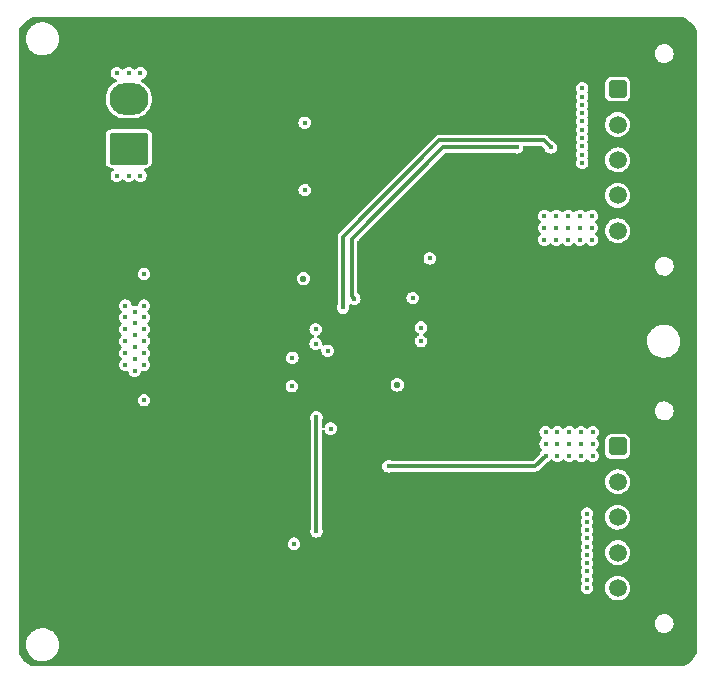
<source format=gbr>
G04 #@! TF.GenerationSoftware,KiCad,Pcbnew,(5.99.0-12889-g70df3822b5)*
G04 #@! TF.CreationDate,2021-11-21T20:45:12+08:00*
G04 #@! TF.ProjectId,Dual-Power,4475616c-2d50-46f7-9765-722e6b696361,rev?*
G04 #@! TF.SameCoordinates,Original*
G04 #@! TF.FileFunction,Copper,L2,Inr*
G04 #@! TF.FilePolarity,Positive*
%FSLAX46Y46*%
G04 Gerber Fmt 4.6, Leading zero omitted, Abs format (unit mm)*
G04 Created by KiCad (PCBNEW (5.99.0-12889-g70df3822b5)) date 2021-11-21 20:45:12*
%MOMM*%
%LPD*%
G01*
G04 APERTURE LIST*
G04 Aperture macros list*
%AMRoundRect*
0 Rectangle with rounded corners*
0 $1 Rounding radius*
0 $2 $3 $4 $5 $6 $7 $8 $9 X,Y pos of 4 corners*
0 Add a 4 corners polygon primitive as box body*
4,1,4,$2,$3,$4,$5,$6,$7,$8,$9,$2,$3,0*
0 Add four circle primitives for the rounded corners*
1,1,$1+$1,$2,$3*
1,1,$1+$1,$4,$5*
1,1,$1+$1,$6,$7*
1,1,$1+$1,$8,$9*
0 Add four rect primitives between the rounded corners*
20,1,$1+$1,$2,$3,$4,$5,0*
20,1,$1+$1,$4,$5,$6,$7,0*
20,1,$1+$1,$6,$7,$8,$9,0*
20,1,$1+$1,$8,$9,$2,$3,0*%
G04 Aperture macros list end*
G04 #@! TA.AperFunction,ComponentPad*
%ADD10RoundRect,0.250000X-0.500000X0.500000X-0.500000X-0.500000X0.500000X-0.500000X0.500000X0.500000X0*%
G04 #@! TD*
G04 #@! TA.AperFunction,ComponentPad*
%ADD11C,1.500000*%
G04 #@! TD*
G04 #@! TA.AperFunction,ComponentPad*
%ADD12RoundRect,0.250001X1.399999X-1.099999X1.399999X1.099999X-1.399999X1.099999X-1.399999X-1.099999X0*%
G04 #@! TD*
G04 #@! TA.AperFunction,ComponentPad*
%ADD13O,3.300000X2.700000*%
G04 #@! TD*
G04 #@! TA.AperFunction,ViaPad*
%ADD14C,0.500000*%
G04 #@! TD*
G04 #@! TA.AperFunction,ViaPad*
%ADD15C,0.450000*%
G04 #@! TD*
G04 #@! TA.AperFunction,ViaPad*
%ADD16C,0.550000*%
G04 #@! TD*
G04 #@! TA.AperFunction,Conductor*
%ADD17C,0.300000*%
G04 #@! TD*
G04 APERTURE END LIST*
D10*
G04 #@! TO.N,Vout1(12V)*
G04 #@! TO.C,J1*
X163500000Y-65860000D03*
D11*
X163500000Y-68860000D03*
X163500000Y-71860000D03*
X163500000Y-74860000D03*
X163500000Y-77860000D03*
G04 #@! TO.N,GND*
X166500000Y-65860000D03*
X166500000Y-68860000D03*
X166500000Y-71860000D03*
X166500000Y-74860000D03*
X166500000Y-77860000D03*
G04 #@! TD*
D10*
G04 #@! TO.N,Vout2(-12V)*
G04 #@! TO.C,J2*
X163500000Y-96110000D03*
D11*
X163500000Y-99110000D03*
X163500000Y-102110000D03*
X163500000Y-105110000D03*
X163500000Y-108110000D03*
G04 #@! TO.N,GND*
X166500000Y-96110000D03*
X166500000Y-99110000D03*
X166500000Y-102110000D03*
X166500000Y-105110000D03*
X166500000Y-108110000D03*
G04 #@! TD*
D12*
G04 #@! TO.N,VIN*
G04 #@! TO.C,J3*
X122100000Y-70900000D03*
D13*
X122100000Y-66700000D03*
G04 #@! TO.N,GND*
X116600000Y-70900000D03*
X116600000Y-66700000D03*
G04 #@! TD*
D14*
G04 #@! TO.N,GND*
X142400000Y-86160000D03*
X143200000Y-86160000D03*
X144000000Y-86160000D03*
X141600000Y-86960000D03*
X142400000Y-86960000D03*
X143200000Y-86960000D03*
X144000000Y-86960000D03*
X141600000Y-87760000D03*
X142400000Y-87760000D03*
X143200000Y-87760000D03*
X144000000Y-87760000D03*
X141600000Y-88560000D03*
X142400000Y-88560000D03*
X143200000Y-88560000D03*
X144000000Y-88560000D03*
D15*
X169400000Y-61800000D03*
X167400000Y-60700000D03*
X169400000Y-60700000D03*
X168400000Y-60700000D03*
X165400000Y-60700000D03*
X166400000Y-60700000D03*
X165400000Y-113800000D03*
X166400000Y-113800000D03*
X169400000Y-113800000D03*
X167400000Y-113800000D03*
X168400000Y-113800000D03*
X117400000Y-60700000D03*
X118400000Y-60700000D03*
X119400000Y-60700000D03*
X120400000Y-60700000D03*
X121400000Y-60700000D03*
X122400000Y-60700000D03*
X123400000Y-60700000D03*
X124400000Y-60700000D03*
X125400000Y-60700000D03*
X126400000Y-60700000D03*
X127400000Y-60700000D03*
X128400000Y-60700000D03*
X129400000Y-60700000D03*
X130400000Y-60700000D03*
X131400000Y-60700000D03*
X132400000Y-60700000D03*
X133400000Y-60700000D03*
X134400000Y-60700000D03*
X135400000Y-60700000D03*
X136400000Y-60700000D03*
X137400000Y-60700000D03*
X138400000Y-60700000D03*
X139400000Y-60700000D03*
X140400000Y-60700000D03*
X141400000Y-60700000D03*
X142400000Y-60700000D03*
X143400000Y-60700000D03*
X144400000Y-60700000D03*
X145400000Y-60700000D03*
X146400000Y-60700000D03*
X147400000Y-60700000D03*
X148400000Y-60700000D03*
X149400000Y-60700000D03*
X150400000Y-60700000D03*
X151400000Y-60700000D03*
X152400000Y-60700000D03*
X153400000Y-60700000D03*
X154400000Y-60700000D03*
X155400000Y-60700000D03*
X156400000Y-60700000D03*
X157400000Y-60700000D03*
X158400000Y-60700000D03*
X159400000Y-60700000D03*
X160400000Y-60700000D03*
X161400000Y-60700000D03*
X162400000Y-60700000D03*
X163400000Y-60700000D03*
X164400000Y-60700000D03*
X142400000Y-113800000D03*
X128400000Y-113800000D03*
X144400000Y-113800000D03*
X136400000Y-113800000D03*
X134400000Y-113800000D03*
X152400000Y-113800000D03*
X119400000Y-113800000D03*
X129400000Y-113800000D03*
X124400000Y-113800000D03*
X123400000Y-113800000D03*
X118400000Y-113800000D03*
X125400000Y-113800000D03*
X117400000Y-113800000D03*
X137400000Y-113800000D03*
X138400000Y-113800000D03*
X121400000Y-113800000D03*
X141400000Y-113800000D03*
X143400000Y-113800000D03*
X146400000Y-113800000D03*
X149400000Y-113800000D03*
X120400000Y-113800000D03*
X150400000Y-113800000D03*
X151400000Y-113800000D03*
X154400000Y-113800000D03*
X155400000Y-113800000D03*
X147400000Y-113800000D03*
X158400000Y-113800000D03*
X139400000Y-113800000D03*
X159400000Y-113800000D03*
X132400000Y-113800000D03*
X160400000Y-113800000D03*
X161400000Y-113800000D03*
X145400000Y-113800000D03*
X133400000Y-113800000D03*
X130400000Y-113800000D03*
X148400000Y-113800000D03*
X153400000Y-113800000D03*
X122400000Y-113800000D03*
X126400000Y-113800000D03*
X156400000Y-113800000D03*
X157400000Y-113800000D03*
X127400000Y-113800000D03*
X135400000Y-113800000D03*
X131400000Y-113800000D03*
X140400000Y-113800000D03*
X163400000Y-113800000D03*
X164400000Y-113800000D03*
X162400000Y-113800000D03*
X169400000Y-83900000D03*
X169400000Y-72900000D03*
X169400000Y-101900000D03*
X169400000Y-96900000D03*
X169400000Y-86900000D03*
X169400000Y-100900000D03*
X169400000Y-69900000D03*
X169400000Y-91900000D03*
X169400000Y-105900000D03*
X169400000Y-73900000D03*
X169400001Y-107900000D03*
X169400000Y-95900000D03*
X169400001Y-84900000D03*
X169400001Y-103900000D03*
X169400000Y-104900000D03*
X169400000Y-74900000D03*
X169400000Y-108900000D03*
X169400000Y-81900000D03*
X169400000Y-68900000D03*
X169400000Y-88900000D03*
X169400001Y-75900000D03*
X169400000Y-97900000D03*
X169400000Y-76900000D03*
X169400000Y-90900000D03*
X169400000Y-99900000D03*
X169400000Y-67900000D03*
X169400001Y-98900000D03*
X169400000Y-63900000D03*
X169400000Y-106900000D03*
X169400001Y-66900000D03*
X169400001Y-70900000D03*
X169400001Y-93900000D03*
X169400001Y-102900000D03*
X169400001Y-94900000D03*
X169400000Y-65900000D03*
X169400001Y-71900000D03*
X169400000Y-79900000D03*
X169400000Y-85900000D03*
X169400000Y-92900000D03*
X169400001Y-80900000D03*
X169400000Y-64900000D03*
X169400000Y-77900000D03*
X169400001Y-89900000D03*
X169400001Y-112900000D03*
X169400000Y-87900000D03*
X169400000Y-111900000D03*
X169400000Y-78900000D03*
X169400000Y-110900000D03*
X169400001Y-62900000D03*
X169400000Y-109900000D03*
X169400000Y-82900000D03*
D14*
X141600000Y-86160000D03*
D15*
X133750000Y-87500000D03*
X138000000Y-88600000D03*
X140600000Y-89930000D03*
X140100000Y-94350000D03*
X133750000Y-86850000D03*
X133750000Y-88150000D03*
X133750000Y-86200000D03*
G04 #@! TO.N,VIN*
X123400000Y-84200000D03*
X123400000Y-85200000D03*
X123400000Y-86200000D03*
X123400000Y-87200000D03*
X123400000Y-88200000D03*
X123400000Y-89200000D03*
X121800000Y-86200000D03*
X121800000Y-87200000D03*
X122600000Y-88700000D03*
X121800000Y-89200000D03*
X121800000Y-84200000D03*
X121800000Y-85200000D03*
X122600000Y-89700000D03*
X122600000Y-84700000D03*
X122600000Y-86700000D03*
X122600000Y-87700000D03*
X122600000Y-85700000D03*
X121800000Y-88200000D03*
X123100000Y-73199999D03*
X121100000Y-73200000D03*
X122100000Y-73200000D03*
X121100000Y-64500000D03*
X123100000Y-64499999D03*
X122100000Y-64500000D03*
X123400000Y-81500000D03*
X146849982Y-87199990D03*
X135910016Y-91010014D03*
X123400000Y-92200000D03*
G04 #@! TO.N,INTVcc*
X135950000Y-88600000D03*
X138950000Y-88000000D03*
X139200000Y-94600000D03*
G04 #@! TO.N,Vout2(-12V)*
X160400000Y-96900000D03*
X157400000Y-96900000D03*
X161400000Y-96900000D03*
X158400000Y-96900000D03*
X159400000Y-96900000D03*
X158400000Y-94900000D03*
X159400000Y-95900000D03*
X158400000Y-95900000D03*
X161400000Y-94900000D03*
X159400000Y-94900000D03*
X157400000Y-95900000D03*
X157400000Y-94900000D03*
X160400000Y-95900000D03*
X161400000Y-95900000D03*
X160400000Y-94900000D03*
X160900000Y-105300000D03*
X160900000Y-106700000D03*
X160900000Y-101800000D03*
X160900000Y-108100000D03*
X160900000Y-103200000D03*
X160900000Y-107400000D03*
X160900000Y-106000000D03*
X160900000Y-104600000D03*
X160900000Y-103900000D03*
X160900000Y-102500000D03*
X144099998Y-97800001D03*
G04 #@! TO.N,Net-(C23-Pad1)*
X147600000Y-80200000D03*
G04 #@! TO.N,Vout1(12V)*
X160500000Y-65800000D03*
X160500000Y-68600000D03*
X160500000Y-67900000D03*
X160500000Y-67200000D03*
X160500000Y-66500000D03*
X160500000Y-69300000D03*
X160500000Y-70000000D03*
X160500000Y-71400000D03*
X160500000Y-70700000D03*
X160500000Y-72100000D03*
X158300000Y-76600000D03*
X159300000Y-76600000D03*
X160300000Y-76600000D03*
X161300000Y-76600000D03*
X157300000Y-77600000D03*
X158300000Y-77600000D03*
X159300000Y-77600000D03*
X160300000Y-77600000D03*
X161300000Y-77600000D03*
X157300000Y-78600000D03*
X158300000Y-78600000D03*
X159300000Y-78600000D03*
X160300000Y-78600000D03*
X161300000Y-78600000D03*
X157300000Y-76600000D03*
X157850000Y-70800000D03*
X140250000Y-84350000D03*
G04 #@! TO.N,Net-(C25-Pad1)*
X154950000Y-70800000D03*
X141200000Y-83600000D03*
G04 #@! TO.N,Net-(D1-Pad2)*
X137940000Y-86200000D03*
G04 #@! TO.N,Net-(D2-Pad2)*
X137940000Y-87410000D03*
G04 #@! TO.N,Net-(Q1-Pad4)*
X136100000Y-104350000D03*
D16*
X144850000Y-90900000D03*
D15*
G04 #@! TO.N,Net-(Q1-Pad1)*
X138000000Y-93650000D03*
X138000000Y-103300000D03*
G04 #@! TO.N,Net-(Q2-Pad4)*
X146850000Y-86050000D03*
D16*
X136900000Y-81900000D03*
D15*
G04 #@! TO.N,Net-(Q3-Pad4)*
X137000000Y-68700000D03*
X137000000Y-74400000D03*
X146150001Y-83550005D03*
G04 #@! TD*
D17*
G04 #@! TO.N,Vout2(-12V)*
X156499999Y-97800001D02*
X157400000Y-96900000D01*
X144099998Y-97800001D02*
X156499999Y-97800001D01*
G04 #@! TO.N,Vout1(12V)*
X140250000Y-84350000D02*
X140250000Y-78350000D01*
X140250000Y-78350000D02*
X148400000Y-70200000D01*
X148400000Y-70200000D02*
X157250000Y-70200000D01*
X157250000Y-70200000D02*
X157850000Y-70800000D01*
G04 #@! TO.N,Net-(C25-Pad1)*
X141000000Y-78550000D02*
X148750000Y-70800000D01*
X148750000Y-70800000D02*
X154950000Y-70800000D01*
X141200000Y-83600000D02*
X141000000Y-83400000D01*
X141000000Y-83400000D02*
X141000000Y-78550000D01*
G04 #@! TO.N,Net-(Q1-Pad1)*
X138000000Y-93650000D02*
X138000000Y-103300000D01*
G04 #@! TD*
G04 #@! TA.AperFunction,Conductor*
G04 #@! TO.N,GND*
G36*
X169131133Y-59810925D02*
G01*
X169215545Y-59848916D01*
X169228804Y-59855874D01*
X169443324Y-59985555D01*
X169455647Y-59994061D01*
X169652968Y-60148652D01*
X169664176Y-60158582D01*
X169841418Y-60335824D01*
X169851348Y-60347032D01*
X170005939Y-60544353D01*
X170014445Y-60556676D01*
X170144126Y-60771196D01*
X170151084Y-60784455D01*
X170189075Y-60868867D01*
X170200000Y-60919758D01*
X170200000Y-113580242D01*
X170189075Y-113631133D01*
X170151084Y-113715545D01*
X170144126Y-113728804D01*
X170014445Y-113943324D01*
X170005941Y-113955644D01*
X169889600Y-114104143D01*
X169851348Y-114152968D01*
X169841418Y-114164176D01*
X169664176Y-114341418D01*
X169652968Y-114351348D01*
X169455647Y-114505939D01*
X169443324Y-114514445D01*
X169228804Y-114644126D01*
X169215545Y-114651084D01*
X169131133Y-114689075D01*
X169080242Y-114700000D01*
X113919758Y-114700000D01*
X113868867Y-114689075D01*
X113784455Y-114651084D01*
X113771196Y-114644126D01*
X113556676Y-114514445D01*
X113544353Y-114505939D01*
X113347032Y-114351348D01*
X113335824Y-114341418D01*
X113158582Y-114164176D01*
X113148652Y-114152968D01*
X113110400Y-114104143D01*
X112994059Y-113955644D01*
X112985555Y-113943324D01*
X112855874Y-113728804D01*
X112848916Y-113715545D01*
X112810925Y-113631133D01*
X112800000Y-113580242D01*
X112800000Y-112865665D01*
X113395119Y-112865665D01*
X113395412Y-112870747D01*
X113395412Y-112870748D01*
X113400857Y-112965181D01*
X113408376Y-113095580D01*
X113459006Y-113320242D01*
X113545649Y-113533618D01*
X113548311Y-113537962D01*
X113663317Y-113725635D01*
X113663321Y-113725640D01*
X113665979Y-113729978D01*
X113669311Y-113733824D01*
X113669312Y-113733826D01*
X113739108Y-113814400D01*
X113816763Y-113904048D01*
X113820673Y-113907294D01*
X113820677Y-113907298D01*
X113900253Y-113973363D01*
X113993953Y-114051154D01*
X114093516Y-114109334D01*
X114178287Y-114158870D01*
X114192790Y-114167345D01*
X114197543Y-114169160D01*
X114197545Y-114169161D01*
X114265584Y-114195142D01*
X114407934Y-114249501D01*
X114412920Y-114250515D01*
X114412922Y-114250516D01*
X114483822Y-114264940D01*
X114633607Y-114295414D01*
X114783235Y-114300901D01*
X114858670Y-114303667D01*
X114858673Y-114303667D01*
X114863749Y-114303853D01*
X115092178Y-114274591D01*
X115097048Y-114273130D01*
X115307892Y-114209874D01*
X115307895Y-114209873D01*
X115312761Y-114208413D01*
X115317324Y-114206177D01*
X115317328Y-114206176D01*
X115425938Y-114152968D01*
X115519574Y-114107096D01*
X115707062Y-113973363D01*
X115870190Y-113810803D01*
X116004577Y-113623783D01*
X116106615Y-113417325D01*
X116173563Y-113196975D01*
X116203622Y-112968649D01*
X116205300Y-112900000D01*
X116186430Y-112670478D01*
X116130326Y-112447120D01*
X116038496Y-112235924D01*
X116035736Y-112231658D01*
X116035733Y-112231652D01*
X115916167Y-112046832D01*
X115916165Y-112046830D01*
X115913405Y-112042563D01*
X115758412Y-111872229D01*
X115754427Y-111869082D01*
X115754424Y-111869079D01*
X115581672Y-111732648D01*
X115581673Y-111732648D01*
X115577681Y-111729496D01*
X115573235Y-111727042D01*
X115573231Y-111727039D01*
X115380520Y-111620657D01*
X115380517Y-111620656D01*
X115376065Y-111618198D01*
X115158978Y-111541323D01*
X115104575Y-111531632D01*
X114937260Y-111501829D01*
X114937255Y-111501829D01*
X114932250Y-111500937D01*
X114841875Y-111499833D01*
X114707061Y-111498185D01*
X114707059Y-111498185D01*
X114701971Y-111498123D01*
X114696942Y-111498893D01*
X114696936Y-111498893D01*
X114566950Y-111518784D01*
X114474325Y-111532958D01*
X114255424Y-111604506D01*
X114250910Y-111606856D01*
X114055664Y-111708494D01*
X114055658Y-111708498D01*
X114051149Y-111710845D01*
X114026308Y-111729496D01*
X113874315Y-111843615D01*
X113866984Y-111849119D01*
X113863469Y-111852798D01*
X113863466Y-111852800D01*
X113804256Y-111914760D01*
X113707877Y-112015616D01*
X113705013Y-112019815D01*
X113705011Y-112019817D01*
X113689495Y-112042563D01*
X113578099Y-112205863D01*
X113481136Y-112414752D01*
X113479774Y-112419662D01*
X113479774Y-112419663D01*
X113472160Y-112447120D01*
X113419592Y-112636673D01*
X113395119Y-112865665D01*
X112800000Y-112865665D01*
X112800000Y-111098753D01*
X166634514Y-111098753D01*
X166652039Y-111277486D01*
X166708726Y-111447896D01*
X166712319Y-111453829D01*
X166712320Y-111453831D01*
X166741389Y-111501829D01*
X166801759Y-111601512D01*
X166926514Y-111730699D01*
X166932308Y-111734490D01*
X166932311Y-111734493D01*
X167028213Y-111797249D01*
X167076789Y-111829036D01*
X167245116Y-111891636D01*
X167423130Y-111915388D01*
X167430031Y-111914760D01*
X167430033Y-111914760D01*
X167537744Y-111904958D01*
X167601981Y-111899112D01*
X167772782Y-111843615D01*
X167927044Y-111751657D01*
X167945068Y-111734493D01*
X168052080Y-111632587D01*
X168052082Y-111632585D01*
X168057099Y-111627807D01*
X168141391Y-111500937D01*
X168152645Y-111483999D01*
X168152646Y-111483997D01*
X168156483Y-111478222D01*
X168220257Y-111310336D01*
X168245251Y-111132493D01*
X168245565Y-111110000D01*
X168225546Y-110931528D01*
X168166485Y-110761927D01*
X168071316Y-110609625D01*
X167944770Y-110482193D01*
X167793136Y-110385963D01*
X167773219Y-110378871D01*
X167630479Y-110328043D01*
X167630475Y-110328042D01*
X167623951Y-110325719D01*
X167445624Y-110304455D01*
X167438735Y-110305179D01*
X167438732Y-110305179D01*
X167273913Y-110322502D01*
X167273911Y-110322502D01*
X167267017Y-110323227D01*
X167260456Y-110325461D01*
X167260454Y-110325461D01*
X167173718Y-110354989D01*
X167097007Y-110381103D01*
X166944045Y-110475206D01*
X166815732Y-110600859D01*
X166718446Y-110751817D01*
X166657022Y-110920578D01*
X166634514Y-111098753D01*
X112800000Y-111098753D01*
X112800000Y-108100000D01*
X160369965Y-108100000D01*
X160388026Y-108237183D01*
X160391137Y-108244694D01*
X160391138Y-108244697D01*
X160426046Y-108328973D01*
X160440976Y-108365017D01*
X160525209Y-108474791D01*
X160634982Y-108559024D01*
X160642490Y-108562134D01*
X160642492Y-108562135D01*
X160678980Y-108577248D01*
X160762817Y-108611974D01*
X160900000Y-108630035D01*
X161037183Y-108611974D01*
X161121020Y-108577248D01*
X161157508Y-108562135D01*
X161157510Y-108562134D01*
X161165018Y-108559024D01*
X161274791Y-108474791D01*
X161359024Y-108365017D01*
X161373954Y-108328973D01*
X161408862Y-108244697D01*
X161408863Y-108244694D01*
X161411974Y-108237183D01*
X161430035Y-108100000D01*
X161429411Y-108095262D01*
X162444520Y-108095262D01*
X162461759Y-108300553D01*
X162518544Y-108498586D01*
X162612712Y-108681818D01*
X162616480Y-108686572D01*
X162645402Y-108723062D01*
X162740677Y-108843270D01*
X162745296Y-108847201D01*
X162892950Y-108972865D01*
X162892955Y-108972869D01*
X162897564Y-108976791D01*
X163077398Y-109077297D01*
X163273329Y-109140959D01*
X163279347Y-109141677D01*
X163279349Y-109141677D01*
X163421410Y-109158616D01*
X163477894Y-109165351D01*
X163483938Y-109164886D01*
X163483939Y-109164886D01*
X163545266Y-109160167D01*
X163683300Y-109149546D01*
X163768596Y-109125731D01*
X163875885Y-109095776D01*
X163875889Y-109095774D01*
X163881725Y-109094145D01*
X164065610Y-109001258D01*
X164227951Y-108874424D01*
X164231907Y-108869840D01*
X164231911Y-108869837D01*
X164358602Y-108723062D01*
X164362564Y-108718472D01*
X164383387Y-108681818D01*
X164461327Y-108544618D01*
X164464323Y-108539344D01*
X164529351Y-108343863D01*
X164534823Y-108300553D01*
X164554736Y-108142919D01*
X164554736Y-108142915D01*
X164555171Y-108139474D01*
X164555583Y-108110000D01*
X164553547Y-108089232D01*
X164536072Y-107911006D01*
X164536072Y-107911004D01*
X164535480Y-107904970D01*
X164475935Y-107707749D01*
X164389240Y-107544697D01*
X164382065Y-107531203D01*
X164382064Y-107531201D01*
X164379218Y-107525849D01*
X164249011Y-107366200D01*
X164090275Y-107234882D01*
X163999665Y-107185889D01*
X163914393Y-107139783D01*
X163914391Y-107139782D01*
X163909055Y-107136897D01*
X163899991Y-107134091D01*
X163718046Y-107077770D01*
X163718047Y-107077770D01*
X163712254Y-107075977D01*
X163507369Y-107054443D01*
X163501336Y-107054992D01*
X163501332Y-107054992D01*
X163375721Y-107066424D01*
X163302203Y-107073114D01*
X163296390Y-107074825D01*
X163296389Y-107074825D01*
X163110392Y-107129567D01*
X163104572Y-107131280D01*
X163083122Y-107142494D01*
X162927374Y-107223917D01*
X162927370Y-107223920D01*
X162922002Y-107226726D01*
X162917279Y-107230523D01*
X162917278Y-107230524D01*
X162877114Y-107262817D01*
X162761447Y-107355815D01*
X162629024Y-107513630D01*
X162529776Y-107694162D01*
X162467484Y-107890532D01*
X162444520Y-108095262D01*
X161429411Y-108095262D01*
X161411974Y-107962817D01*
X161390514Y-107911006D01*
X161362135Y-107842494D01*
X161359024Y-107834983D01*
X161354075Y-107828533D01*
X161354073Y-107828530D01*
X161351740Y-107825489D01*
X161350568Y-107822458D01*
X161350011Y-107821493D01*
X161350161Y-107821406D01*
X161326543Y-107760321D01*
X161340580Y-107691876D01*
X161351740Y-107674511D01*
X161354073Y-107671470D01*
X161354075Y-107671467D01*
X161359024Y-107665017D01*
X161411974Y-107537183D01*
X161430035Y-107400000D01*
X161411974Y-107262817D01*
X161359024Y-107134983D01*
X161354075Y-107128533D01*
X161354073Y-107128530D01*
X161351740Y-107125489D01*
X161350568Y-107122458D01*
X161350011Y-107121493D01*
X161350161Y-107121406D01*
X161326543Y-107060321D01*
X161340580Y-106991876D01*
X161351740Y-106974511D01*
X161354073Y-106971470D01*
X161354075Y-106971467D01*
X161359024Y-106965017D01*
X161411974Y-106837183D01*
X161430035Y-106700000D01*
X161411974Y-106562817D01*
X161359024Y-106434983D01*
X161354075Y-106428533D01*
X161354073Y-106428530D01*
X161351740Y-106425489D01*
X161350568Y-106422458D01*
X161350011Y-106421493D01*
X161350161Y-106421406D01*
X161326543Y-106360321D01*
X161340580Y-106291876D01*
X161351740Y-106274511D01*
X161354073Y-106271470D01*
X161354075Y-106271467D01*
X161359024Y-106265017D01*
X161411974Y-106137183D01*
X161430035Y-106000000D01*
X161411974Y-105862817D01*
X161403878Y-105843270D01*
X161362135Y-105742494D01*
X161359024Y-105734983D01*
X161354075Y-105728533D01*
X161354073Y-105728530D01*
X161351740Y-105725489D01*
X161350568Y-105722458D01*
X161350011Y-105721493D01*
X161350161Y-105721406D01*
X161326543Y-105660321D01*
X161340580Y-105591876D01*
X161351740Y-105574511D01*
X161354073Y-105571470D01*
X161354075Y-105571467D01*
X161359024Y-105565017D01*
X161411974Y-105437183D01*
X161430035Y-105300000D01*
X161411974Y-105162817D01*
X161400869Y-105136005D01*
X161383992Y-105095262D01*
X162444520Y-105095262D01*
X162461759Y-105300553D01*
X162518544Y-105498586D01*
X162612712Y-105681818D01*
X162616480Y-105686572D01*
X162645402Y-105723062D01*
X162740677Y-105843270D01*
X162745296Y-105847201D01*
X162892950Y-105972865D01*
X162892955Y-105972869D01*
X162897564Y-105976791D01*
X163077398Y-106077297D01*
X163222785Y-106124536D01*
X163261708Y-106137183D01*
X163273329Y-106140959D01*
X163279347Y-106141677D01*
X163279349Y-106141677D01*
X163421410Y-106158616D01*
X163477894Y-106165351D01*
X163483938Y-106164886D01*
X163483939Y-106164886D01*
X163545266Y-106160167D01*
X163683300Y-106149546D01*
X163768596Y-106125731D01*
X163875885Y-106095776D01*
X163875889Y-106095774D01*
X163881725Y-106094145D01*
X164065610Y-106001258D01*
X164227951Y-105874424D01*
X164231907Y-105869840D01*
X164231911Y-105869837D01*
X164358602Y-105723062D01*
X164362564Y-105718472D01*
X164368443Y-105708124D01*
X164461327Y-105544618D01*
X164464323Y-105539344D01*
X164529351Y-105343863D01*
X164534823Y-105300553D01*
X164554736Y-105142919D01*
X164554736Y-105142915D01*
X164555171Y-105139474D01*
X164555583Y-105110000D01*
X164546905Y-105021493D01*
X164536072Y-104911006D01*
X164536072Y-104911004D01*
X164535480Y-104904970D01*
X164475935Y-104707749D01*
X164379218Y-104525849D01*
X164249011Y-104366200D01*
X164229429Y-104350000D01*
X164094946Y-104238746D01*
X164094945Y-104238745D01*
X164090275Y-104234882D01*
X163909055Y-104136897D01*
X163899991Y-104134091D01*
X163718046Y-104077770D01*
X163718047Y-104077770D01*
X163712254Y-104075977D01*
X163507369Y-104054443D01*
X163501336Y-104054992D01*
X163501332Y-104054992D01*
X163375721Y-104066424D01*
X163302203Y-104073114D01*
X163296390Y-104074825D01*
X163296389Y-104074825D01*
X163236355Y-104092494D01*
X163104572Y-104131280D01*
X163054407Y-104157506D01*
X162927374Y-104223917D01*
X162927370Y-104223920D01*
X162922002Y-104226726D01*
X162917279Y-104230523D01*
X162917278Y-104230524D01*
X162905892Y-104239679D01*
X162761447Y-104355815D01*
X162629024Y-104513630D01*
X162529776Y-104694162D01*
X162527942Y-104699944D01*
X162527941Y-104699946D01*
X162471271Y-104878594D01*
X162467484Y-104890532D01*
X162444520Y-105095262D01*
X161383992Y-105095262D01*
X161362135Y-105042494D01*
X161359024Y-105034983D01*
X161354075Y-105028533D01*
X161354073Y-105028530D01*
X161351740Y-105025489D01*
X161350568Y-105022458D01*
X161350011Y-105021493D01*
X161350161Y-105021406D01*
X161326543Y-104960321D01*
X161340580Y-104891876D01*
X161351740Y-104874511D01*
X161354073Y-104871470D01*
X161354075Y-104871467D01*
X161359024Y-104865017D01*
X161411974Y-104737183D01*
X161430035Y-104600000D01*
X161411974Y-104462817D01*
X161359024Y-104334983D01*
X161354075Y-104328533D01*
X161354073Y-104328530D01*
X161351740Y-104325489D01*
X161350568Y-104322458D01*
X161350011Y-104321493D01*
X161350161Y-104321406D01*
X161326543Y-104260321D01*
X161340580Y-104191876D01*
X161351740Y-104174511D01*
X161354073Y-104171470D01*
X161354075Y-104171467D01*
X161359024Y-104165017D01*
X161394845Y-104078536D01*
X161408862Y-104044697D01*
X161408863Y-104044694D01*
X161411974Y-104037183D01*
X161430035Y-103900000D01*
X161411974Y-103762817D01*
X161359024Y-103634983D01*
X161354075Y-103628533D01*
X161354073Y-103628530D01*
X161351740Y-103625489D01*
X161350568Y-103622458D01*
X161350011Y-103621493D01*
X161350161Y-103621406D01*
X161326543Y-103560321D01*
X161340580Y-103491876D01*
X161351740Y-103474511D01*
X161354073Y-103471470D01*
X161354075Y-103471467D01*
X161359024Y-103465017D01*
X161411974Y-103337183D01*
X161430035Y-103200000D01*
X161411974Y-103062817D01*
X161395844Y-103023874D01*
X161362135Y-102942494D01*
X161359024Y-102934983D01*
X161354075Y-102928533D01*
X161354073Y-102928530D01*
X161351740Y-102925489D01*
X161350568Y-102922458D01*
X161350011Y-102921493D01*
X161350161Y-102921406D01*
X161326543Y-102860321D01*
X161340580Y-102791876D01*
X161351740Y-102774511D01*
X161354073Y-102771470D01*
X161354075Y-102771467D01*
X161359024Y-102765017D01*
X161411974Y-102637183D01*
X161430035Y-102500000D01*
X161411974Y-102362817D01*
X161401633Y-102337850D01*
X161362135Y-102242494D01*
X161359024Y-102234983D01*
X161354075Y-102228533D01*
X161354073Y-102228530D01*
X161351740Y-102225489D01*
X161350568Y-102222458D01*
X161350011Y-102221493D01*
X161350161Y-102221406D01*
X161326543Y-102160321D01*
X161339886Y-102095262D01*
X162444520Y-102095262D01*
X162461759Y-102300553D01*
X162518544Y-102498586D01*
X162612712Y-102681818D01*
X162616480Y-102686572D01*
X162689416Y-102778594D01*
X162740677Y-102843270D01*
X162745296Y-102847201D01*
X162892950Y-102972865D01*
X162892955Y-102972869D01*
X162897564Y-102976791D01*
X163077398Y-103077297D01*
X163273329Y-103140959D01*
X163279347Y-103141677D01*
X163279349Y-103141677D01*
X163393626Y-103155303D01*
X163477894Y-103165351D01*
X163483938Y-103164886D01*
X163483939Y-103164886D01*
X163545266Y-103160167D01*
X163683300Y-103149546D01*
X163768596Y-103125731D01*
X163875885Y-103095776D01*
X163875889Y-103095774D01*
X163881725Y-103094145D01*
X164065610Y-103001258D01*
X164227951Y-102874424D01*
X164231907Y-102869840D01*
X164231911Y-102869837D01*
X164358602Y-102723062D01*
X164362564Y-102718472D01*
X164383387Y-102681818D01*
X164461327Y-102544618D01*
X164464323Y-102539344D01*
X164523046Y-102362817D01*
X164527439Y-102349611D01*
X164527439Y-102349610D01*
X164529351Y-102343863D01*
X164534823Y-102300553D01*
X164554736Y-102142919D01*
X164554736Y-102142915D01*
X164555171Y-102139474D01*
X164555583Y-102110000D01*
X164551805Y-102071470D01*
X164536072Y-101911006D01*
X164536072Y-101911004D01*
X164535480Y-101904970D01*
X164475935Y-101707749D01*
X164379218Y-101525849D01*
X164249011Y-101366200D01*
X164224503Y-101345925D01*
X164094946Y-101238746D01*
X164094945Y-101238745D01*
X164090275Y-101234882D01*
X163909055Y-101136897D01*
X163899991Y-101134091D01*
X163718046Y-101077770D01*
X163718047Y-101077770D01*
X163712254Y-101075977D01*
X163507369Y-101054443D01*
X163501336Y-101054992D01*
X163501332Y-101054992D01*
X163375721Y-101066424D01*
X163302203Y-101073114D01*
X163296390Y-101074825D01*
X163296389Y-101074825D01*
X163292475Y-101075977D01*
X163104572Y-101131280D01*
X163020819Y-101175065D01*
X162927374Y-101223917D01*
X162927370Y-101223920D01*
X162922002Y-101226726D01*
X162917279Y-101230523D01*
X162917278Y-101230524D01*
X162773748Y-101345925D01*
X162761447Y-101355815D01*
X162629024Y-101513630D01*
X162529776Y-101694162D01*
X162467484Y-101890532D01*
X162463156Y-101929120D01*
X162446390Y-102078594D01*
X162444520Y-102095262D01*
X161339886Y-102095262D01*
X161340580Y-102091876D01*
X161351740Y-102074511D01*
X161354073Y-102071470D01*
X161354075Y-102071467D01*
X161359024Y-102065017D01*
X161411974Y-101937183D01*
X161430035Y-101800000D01*
X161411974Y-101662817D01*
X161359024Y-101534983D01*
X161274791Y-101425209D01*
X161165018Y-101340976D01*
X161157510Y-101337866D01*
X161157508Y-101337865D01*
X161121020Y-101322752D01*
X161037183Y-101288026D01*
X160900000Y-101269965D01*
X160762817Y-101288026D01*
X160755306Y-101291137D01*
X160755303Y-101291138D01*
X160755301Y-101291139D01*
X160634983Y-101340976D01*
X160525209Y-101425209D01*
X160440976Y-101534983D01*
X160388026Y-101662817D01*
X160369965Y-101800000D01*
X160388026Y-101937183D01*
X160440976Y-102065017D01*
X160445925Y-102071467D01*
X160445927Y-102071470D01*
X160448260Y-102074511D01*
X160449432Y-102077542D01*
X160449989Y-102078507D01*
X160449839Y-102078594D01*
X160473457Y-102139679D01*
X160459420Y-102208124D01*
X160448260Y-102225489D01*
X160445927Y-102228530D01*
X160445925Y-102228533D01*
X160440976Y-102234983D01*
X160437865Y-102242494D01*
X160398368Y-102337850D01*
X160388026Y-102362817D01*
X160369965Y-102500000D01*
X160388026Y-102637183D01*
X160440976Y-102765017D01*
X160445925Y-102771467D01*
X160445927Y-102771470D01*
X160448260Y-102774511D01*
X160449432Y-102777542D01*
X160449989Y-102778507D01*
X160449839Y-102778594D01*
X160473457Y-102839679D01*
X160459420Y-102908124D01*
X160448260Y-102925489D01*
X160445927Y-102928530D01*
X160445925Y-102928533D01*
X160440976Y-102934983D01*
X160437865Y-102942494D01*
X160404157Y-103023874D01*
X160388026Y-103062817D01*
X160369965Y-103200000D01*
X160388026Y-103337183D01*
X160440976Y-103465017D01*
X160445925Y-103471467D01*
X160445927Y-103471470D01*
X160448260Y-103474511D01*
X160449432Y-103477542D01*
X160449989Y-103478507D01*
X160449839Y-103478594D01*
X160473457Y-103539679D01*
X160459420Y-103608124D01*
X160448260Y-103625489D01*
X160445927Y-103628530D01*
X160445925Y-103628533D01*
X160440976Y-103634983D01*
X160388026Y-103762817D01*
X160369965Y-103900000D01*
X160388026Y-104037183D01*
X160391137Y-104044694D01*
X160391138Y-104044697D01*
X160405155Y-104078536D01*
X160440976Y-104165017D01*
X160445925Y-104171467D01*
X160445927Y-104171470D01*
X160448260Y-104174511D01*
X160449432Y-104177542D01*
X160449989Y-104178507D01*
X160449839Y-104178594D01*
X160473457Y-104239679D01*
X160459420Y-104308124D01*
X160448260Y-104325489D01*
X160445927Y-104328530D01*
X160445925Y-104328533D01*
X160440976Y-104334983D01*
X160388026Y-104462817D01*
X160369965Y-104600000D01*
X160388026Y-104737183D01*
X160440976Y-104865017D01*
X160445925Y-104871467D01*
X160445927Y-104871470D01*
X160448260Y-104874511D01*
X160449432Y-104877542D01*
X160449989Y-104878507D01*
X160449839Y-104878594D01*
X160473457Y-104939679D01*
X160459420Y-105008124D01*
X160448260Y-105025489D01*
X160445927Y-105028530D01*
X160445925Y-105028533D01*
X160440976Y-105034983D01*
X160437865Y-105042494D01*
X160399132Y-105136005D01*
X160388026Y-105162817D01*
X160369965Y-105300000D01*
X160388026Y-105437183D01*
X160440976Y-105565017D01*
X160445925Y-105571467D01*
X160445927Y-105571470D01*
X160448260Y-105574511D01*
X160449432Y-105577542D01*
X160449989Y-105578507D01*
X160449839Y-105578594D01*
X160473457Y-105639679D01*
X160459420Y-105708124D01*
X160448260Y-105725489D01*
X160445927Y-105728530D01*
X160445925Y-105728533D01*
X160440976Y-105734983D01*
X160437865Y-105742494D01*
X160396123Y-105843270D01*
X160388026Y-105862817D01*
X160369965Y-106000000D01*
X160388026Y-106137183D01*
X160440976Y-106265017D01*
X160445925Y-106271467D01*
X160445927Y-106271470D01*
X160448260Y-106274511D01*
X160449432Y-106277542D01*
X160449989Y-106278507D01*
X160449839Y-106278594D01*
X160473457Y-106339679D01*
X160459420Y-106408124D01*
X160448260Y-106425489D01*
X160445927Y-106428530D01*
X160445925Y-106428533D01*
X160440976Y-106434983D01*
X160388026Y-106562817D01*
X160369965Y-106700000D01*
X160388026Y-106837183D01*
X160440976Y-106965017D01*
X160445925Y-106971467D01*
X160445927Y-106971470D01*
X160448260Y-106974511D01*
X160449432Y-106977542D01*
X160449989Y-106978507D01*
X160449839Y-106978594D01*
X160473457Y-107039679D01*
X160459420Y-107108124D01*
X160448260Y-107125489D01*
X160445927Y-107128530D01*
X160445925Y-107128533D01*
X160440976Y-107134983D01*
X160388026Y-107262817D01*
X160369965Y-107400000D01*
X160388026Y-107537183D01*
X160440976Y-107665017D01*
X160445925Y-107671467D01*
X160445927Y-107671470D01*
X160448260Y-107674511D01*
X160449432Y-107677542D01*
X160449989Y-107678507D01*
X160449839Y-107678594D01*
X160473457Y-107739679D01*
X160459420Y-107808124D01*
X160448260Y-107825489D01*
X160445927Y-107828530D01*
X160445925Y-107828533D01*
X160440976Y-107834983D01*
X160437865Y-107842494D01*
X160409487Y-107911006D01*
X160388026Y-107962817D01*
X160369965Y-108100000D01*
X112800000Y-108100000D01*
X112800000Y-104350000D01*
X135569965Y-104350000D01*
X135588026Y-104487183D01*
X135591137Y-104494694D01*
X135591138Y-104494697D01*
X135601183Y-104518947D01*
X135640976Y-104615017D01*
X135725209Y-104724791D01*
X135834982Y-104809024D01*
X135842490Y-104812134D01*
X135842492Y-104812135D01*
X135878980Y-104827248D01*
X135962817Y-104861974D01*
X136100000Y-104880035D01*
X136237183Y-104861974D01*
X136321020Y-104827248D01*
X136357508Y-104812135D01*
X136357510Y-104812134D01*
X136365018Y-104809024D01*
X136474791Y-104724791D01*
X136559024Y-104615017D01*
X136598817Y-104518947D01*
X136608862Y-104494697D01*
X136608863Y-104494694D01*
X136611974Y-104487183D01*
X136630035Y-104350000D01*
X136611974Y-104212817D01*
X136597763Y-104178507D01*
X136562135Y-104092494D01*
X136559024Y-104084983D01*
X136474791Y-103975209D01*
X136365018Y-103890976D01*
X136357510Y-103887866D01*
X136357508Y-103887865D01*
X136321020Y-103872752D01*
X136237183Y-103838026D01*
X136100000Y-103819965D01*
X135962817Y-103838026D01*
X135955306Y-103841137D01*
X135955303Y-103841138D01*
X135955301Y-103841139D01*
X135834983Y-103890976D01*
X135725209Y-103975209D01*
X135640976Y-104084983D01*
X135637865Y-104092494D01*
X135602238Y-104178507D01*
X135588026Y-104212817D01*
X135569965Y-104350000D01*
X112800000Y-104350000D01*
X112800000Y-103300000D01*
X137469965Y-103300000D01*
X137488026Y-103437183D01*
X137491137Y-103444694D01*
X137491138Y-103444697D01*
X137504743Y-103477542D01*
X137540976Y-103565017D01*
X137625209Y-103674791D01*
X137734982Y-103759024D01*
X137742490Y-103762134D01*
X137742492Y-103762135D01*
X137744139Y-103762817D01*
X137862817Y-103811974D01*
X138000000Y-103830035D01*
X138137183Y-103811974D01*
X138255861Y-103762817D01*
X138257508Y-103762135D01*
X138257510Y-103762134D01*
X138265018Y-103759024D01*
X138374791Y-103674791D01*
X138459024Y-103565017D01*
X138495257Y-103477542D01*
X138508862Y-103444697D01*
X138508863Y-103444694D01*
X138511974Y-103437183D01*
X138530035Y-103300000D01*
X138511974Y-103162817D01*
X138502921Y-103140959D01*
X138459939Y-103037192D01*
X138450500Y-102989740D01*
X138450500Y-99095262D01*
X162444520Y-99095262D01*
X162461759Y-99300553D01*
X162518544Y-99498586D01*
X162612712Y-99681818D01*
X162616480Y-99686572D01*
X162645402Y-99723062D01*
X162740677Y-99843270D01*
X162745296Y-99847201D01*
X162892950Y-99972865D01*
X162892955Y-99972869D01*
X162897564Y-99976791D01*
X163077398Y-100077297D01*
X163273329Y-100140959D01*
X163279347Y-100141677D01*
X163279349Y-100141677D01*
X163421410Y-100158616D01*
X163477894Y-100165351D01*
X163483938Y-100164886D01*
X163483939Y-100164886D01*
X163545266Y-100160167D01*
X163683300Y-100149546D01*
X163768596Y-100125731D01*
X163875885Y-100095776D01*
X163875889Y-100095774D01*
X163881725Y-100094145D01*
X164065610Y-100001258D01*
X164227951Y-99874424D01*
X164231907Y-99869840D01*
X164231911Y-99869837D01*
X164358602Y-99723062D01*
X164362564Y-99718472D01*
X164383387Y-99681818D01*
X164461327Y-99544618D01*
X164464323Y-99539344D01*
X164529351Y-99343863D01*
X164534823Y-99300553D01*
X164554736Y-99142919D01*
X164554736Y-99142915D01*
X164555171Y-99139474D01*
X164555583Y-99110000D01*
X164535480Y-98904970D01*
X164475935Y-98707749D01*
X164379218Y-98525849D01*
X164249011Y-98366200D01*
X164183464Y-98311975D01*
X164094946Y-98238746D01*
X164094945Y-98238745D01*
X164090275Y-98234882D01*
X163909055Y-98136897D01*
X163899991Y-98134091D01*
X163718046Y-98077770D01*
X163718047Y-98077770D01*
X163712254Y-98075977D01*
X163507369Y-98054443D01*
X163501336Y-98054992D01*
X163501332Y-98054992D01*
X163375721Y-98066424D01*
X163302203Y-98073114D01*
X163296390Y-98074825D01*
X163296389Y-98074825D01*
X163124951Y-98125282D01*
X163104572Y-98131280D01*
X163033668Y-98168348D01*
X162927374Y-98223917D01*
X162927370Y-98223920D01*
X162922002Y-98226726D01*
X162917279Y-98230523D01*
X162917278Y-98230524D01*
X162793510Y-98330036D01*
X162761447Y-98355815D01*
X162629024Y-98513630D01*
X162529776Y-98694162D01*
X162467484Y-98890532D01*
X162444520Y-99095262D01*
X138450500Y-99095262D01*
X138450500Y-97800001D01*
X143569963Y-97800001D01*
X143588024Y-97937184D01*
X143640974Y-98065018D01*
X143725207Y-98174792D01*
X143834980Y-98259025D01*
X143842488Y-98262135D01*
X143842490Y-98262136D01*
X143878978Y-98277249D01*
X143962815Y-98311975D01*
X144099998Y-98330036D01*
X144237181Y-98311975D01*
X144362807Y-98259940D01*
X144410259Y-98250501D01*
X156465896Y-98250501D01*
X156480470Y-98251360D01*
X156505104Y-98254276D01*
X156505107Y-98254276D01*
X156514309Y-98255365D01*
X156550973Y-98248669D01*
X156572021Y-98244825D01*
X156575863Y-98244185D01*
X156612038Y-98238746D01*
X156633961Y-98235450D01*
X156640474Y-98232322D01*
X156647572Y-98231026D01*
X156661258Y-98223917D01*
X156699662Y-98203968D01*
X156703145Y-98202228D01*
X156756078Y-98176810D01*
X156761298Y-98171985D01*
X156761519Y-98171836D01*
X156767787Y-98168580D01*
X156772827Y-98164276D01*
X156810096Y-98127007D01*
X156813606Y-98123632D01*
X156848748Y-98091148D01*
X156848750Y-98091145D01*
X156855555Y-98084855D01*
X156859236Y-98078517D01*
X156864827Y-98072276D01*
X157499165Y-97437938D01*
X157539394Y-97411058D01*
X157544699Y-97408861D01*
X157584028Y-97392570D01*
X157657508Y-97362135D01*
X157657510Y-97362134D01*
X157665018Y-97359024D01*
X157774791Y-97274791D01*
X157779736Y-97268347D01*
X157779740Y-97268343D01*
X157801625Y-97239822D01*
X157858053Y-97198620D01*
X157927799Y-97194465D01*
X157988719Y-97228678D01*
X157998375Y-97239822D01*
X158020260Y-97268343D01*
X158020264Y-97268347D01*
X158025209Y-97274791D01*
X158134982Y-97359024D01*
X158142490Y-97362134D01*
X158142492Y-97362135D01*
X158178980Y-97377248D01*
X158262817Y-97411974D01*
X158400000Y-97430035D01*
X158537183Y-97411974D01*
X158621020Y-97377248D01*
X158657508Y-97362135D01*
X158657510Y-97362134D01*
X158665018Y-97359024D01*
X158774791Y-97274791D01*
X158779736Y-97268347D01*
X158779740Y-97268343D01*
X158801625Y-97239822D01*
X158858053Y-97198620D01*
X158927799Y-97194465D01*
X158988719Y-97228678D01*
X158998375Y-97239822D01*
X159020260Y-97268343D01*
X159020264Y-97268347D01*
X159025209Y-97274791D01*
X159134982Y-97359024D01*
X159142490Y-97362134D01*
X159142492Y-97362135D01*
X159178980Y-97377248D01*
X159262817Y-97411974D01*
X159400000Y-97430035D01*
X159537183Y-97411974D01*
X159621020Y-97377248D01*
X159657508Y-97362135D01*
X159657510Y-97362134D01*
X159665018Y-97359024D01*
X159774791Y-97274791D01*
X159779736Y-97268347D01*
X159779740Y-97268343D01*
X159801625Y-97239822D01*
X159858053Y-97198620D01*
X159927799Y-97194465D01*
X159988719Y-97228678D01*
X159998375Y-97239822D01*
X160020260Y-97268343D01*
X160020264Y-97268347D01*
X160025209Y-97274791D01*
X160134982Y-97359024D01*
X160142490Y-97362134D01*
X160142492Y-97362135D01*
X160178980Y-97377248D01*
X160262817Y-97411974D01*
X160400000Y-97430035D01*
X160537183Y-97411974D01*
X160621020Y-97377248D01*
X160657508Y-97362135D01*
X160657510Y-97362134D01*
X160665018Y-97359024D01*
X160774791Y-97274791D01*
X160779736Y-97268347D01*
X160779740Y-97268343D01*
X160801625Y-97239822D01*
X160858053Y-97198620D01*
X160927799Y-97194465D01*
X160988719Y-97228678D01*
X160998375Y-97239822D01*
X161020260Y-97268343D01*
X161020264Y-97268347D01*
X161025209Y-97274791D01*
X161134982Y-97359024D01*
X161142490Y-97362134D01*
X161142492Y-97362135D01*
X161178980Y-97377248D01*
X161262817Y-97411974D01*
X161400000Y-97430035D01*
X161537183Y-97411974D01*
X161621020Y-97377248D01*
X161657508Y-97362135D01*
X161657510Y-97362134D01*
X161665018Y-97359024D01*
X161774791Y-97274791D01*
X161859024Y-97165017D01*
X161911974Y-97037183D01*
X161930035Y-96900000D01*
X161911974Y-96762817D01*
X161900304Y-96734641D01*
X161866392Y-96652772D01*
X162449500Y-96652772D01*
X162449948Y-96656473D01*
X162459319Y-96733909D01*
X162460364Y-96742547D01*
X162463296Y-96749951D01*
X162463296Y-96749953D01*
X162483442Y-96800835D01*
X162515887Y-96882783D01*
X162520999Y-96889517D01*
X162520999Y-96889518D01*
X162601968Y-96996190D01*
X162607078Y-97002922D01*
X162613810Y-97008032D01*
X162690300Y-97066091D01*
X162727217Y-97094113D01*
X162735078Y-97097225D01*
X162735079Y-97097226D01*
X162860047Y-97146704D01*
X162860049Y-97146704D01*
X162867453Y-97149636D01*
X162875357Y-97150592D01*
X162875359Y-97150593D01*
X162928073Y-97156972D01*
X162957228Y-97160500D01*
X164042772Y-97160500D01*
X164071927Y-97156972D01*
X164124641Y-97150593D01*
X164124643Y-97150592D01*
X164132547Y-97149636D01*
X164139951Y-97146704D01*
X164139953Y-97146704D01*
X164264921Y-97097226D01*
X164264922Y-97097225D01*
X164272783Y-97094113D01*
X164309701Y-97066091D01*
X164386190Y-97008032D01*
X164392922Y-97002922D01*
X164398032Y-96996190D01*
X164479001Y-96889518D01*
X164479001Y-96889517D01*
X164484113Y-96882783D01*
X164516559Y-96800835D01*
X164536704Y-96749953D01*
X164536704Y-96749951D01*
X164539636Y-96742547D01*
X164540682Y-96733909D01*
X164550052Y-96656473D01*
X164550500Y-96652772D01*
X164550500Y-95567228D01*
X164542168Y-95498375D01*
X164540593Y-95485359D01*
X164540592Y-95485357D01*
X164539636Y-95477453D01*
X164519977Y-95427799D01*
X164487226Y-95345079D01*
X164487225Y-95345078D01*
X164484113Y-95337217D01*
X164464427Y-95311281D01*
X164398032Y-95223810D01*
X164392922Y-95217078D01*
X164272783Y-95125887D01*
X164264922Y-95122775D01*
X164264921Y-95122774D01*
X164139953Y-95073296D01*
X164139951Y-95073296D01*
X164132547Y-95070364D01*
X164124643Y-95069408D01*
X164124641Y-95069407D01*
X164064546Y-95062135D01*
X164042772Y-95059500D01*
X162957228Y-95059500D01*
X162935454Y-95062135D01*
X162875359Y-95069407D01*
X162875357Y-95069408D01*
X162867453Y-95070364D01*
X162860049Y-95073296D01*
X162860047Y-95073296D01*
X162735079Y-95122774D01*
X162735078Y-95122775D01*
X162727217Y-95125887D01*
X162607078Y-95217078D01*
X162601968Y-95223810D01*
X162535574Y-95311281D01*
X162515887Y-95337217D01*
X162512775Y-95345078D01*
X162512774Y-95345079D01*
X162480023Y-95427799D01*
X162460364Y-95477453D01*
X162459408Y-95485357D01*
X162459407Y-95485359D01*
X162457832Y-95498375D01*
X162449500Y-95567228D01*
X162449500Y-96652772D01*
X161866392Y-96652772D01*
X161862135Y-96642494D01*
X161859024Y-96634983D01*
X161774791Y-96525209D01*
X161739821Y-96498375D01*
X161698618Y-96441947D01*
X161694464Y-96372201D01*
X161728677Y-96311281D01*
X161739821Y-96301625D01*
X161768345Y-96279737D01*
X161774791Y-96274791D01*
X161859024Y-96165017D01*
X161911974Y-96037183D01*
X161930035Y-95900000D01*
X161911974Y-95762817D01*
X161859024Y-95634983D01*
X161774791Y-95525209D01*
X161739821Y-95498375D01*
X161698618Y-95441947D01*
X161694464Y-95372201D01*
X161728677Y-95311281D01*
X161739821Y-95301625D01*
X161768345Y-95279737D01*
X161774791Y-95274791D01*
X161859024Y-95165017D01*
X161902730Y-95059500D01*
X161908862Y-95044697D01*
X161908863Y-95044694D01*
X161911974Y-95037183D01*
X161930035Y-94900000D01*
X161911974Y-94762817D01*
X161902392Y-94739682D01*
X161862135Y-94642494D01*
X161859024Y-94634983D01*
X161774791Y-94525209D01*
X161665018Y-94440976D01*
X161657510Y-94437866D01*
X161657508Y-94437865D01*
X161597153Y-94412866D01*
X161537183Y-94388026D01*
X161400000Y-94369965D01*
X161262817Y-94388026D01*
X161255306Y-94391137D01*
X161255303Y-94391138D01*
X161255301Y-94391139D01*
X161134983Y-94440976D01*
X161025209Y-94525209D01*
X161020265Y-94531652D01*
X161020261Y-94531656D01*
X160998375Y-94560178D01*
X160941947Y-94601380D01*
X160872201Y-94605535D01*
X160811281Y-94571322D01*
X160801625Y-94560178D01*
X160779740Y-94531657D01*
X160779735Y-94531652D01*
X160774791Y-94525209D01*
X160665018Y-94440976D01*
X160657510Y-94437866D01*
X160657508Y-94437865D01*
X160597153Y-94412866D01*
X160537183Y-94388026D01*
X160400000Y-94369965D01*
X160262817Y-94388026D01*
X160255306Y-94391137D01*
X160255303Y-94391138D01*
X160255301Y-94391139D01*
X160134983Y-94440976D01*
X160025209Y-94525209D01*
X160020265Y-94531652D01*
X160020261Y-94531656D01*
X159998375Y-94560178D01*
X159941947Y-94601380D01*
X159872201Y-94605535D01*
X159811281Y-94571322D01*
X159801625Y-94560178D01*
X159779740Y-94531657D01*
X159779735Y-94531652D01*
X159774791Y-94525209D01*
X159665018Y-94440976D01*
X159657510Y-94437866D01*
X159657508Y-94437865D01*
X159597153Y-94412866D01*
X159537183Y-94388026D01*
X159400000Y-94369965D01*
X159262817Y-94388026D01*
X159255306Y-94391137D01*
X159255303Y-94391138D01*
X159255301Y-94391139D01*
X159134983Y-94440976D01*
X159025209Y-94525209D01*
X159020265Y-94531652D01*
X159020261Y-94531656D01*
X158998375Y-94560178D01*
X158941947Y-94601380D01*
X158872201Y-94605535D01*
X158811281Y-94571322D01*
X158801625Y-94560178D01*
X158779740Y-94531657D01*
X158779735Y-94531652D01*
X158774791Y-94525209D01*
X158665018Y-94440976D01*
X158657510Y-94437866D01*
X158657508Y-94437865D01*
X158597153Y-94412866D01*
X158537183Y-94388026D01*
X158400000Y-94369965D01*
X158262817Y-94388026D01*
X158255306Y-94391137D01*
X158255303Y-94391138D01*
X158255301Y-94391139D01*
X158134983Y-94440976D01*
X158025209Y-94525209D01*
X158020265Y-94531652D01*
X158020261Y-94531656D01*
X157998375Y-94560178D01*
X157941947Y-94601380D01*
X157872201Y-94605535D01*
X157811281Y-94571322D01*
X157801625Y-94560178D01*
X157779740Y-94531657D01*
X157779735Y-94531652D01*
X157774791Y-94525209D01*
X157665018Y-94440976D01*
X157657510Y-94437866D01*
X157657508Y-94437865D01*
X157597153Y-94412866D01*
X157537183Y-94388026D01*
X157400000Y-94369965D01*
X157262817Y-94388026D01*
X157255306Y-94391137D01*
X157255303Y-94391138D01*
X157255301Y-94391139D01*
X157134983Y-94440976D01*
X157025209Y-94525209D01*
X156940976Y-94634983D01*
X156937865Y-94642494D01*
X156897609Y-94739682D01*
X156888026Y-94762817D01*
X156869965Y-94900000D01*
X156888026Y-95037183D01*
X156891137Y-95044694D01*
X156891138Y-95044697D01*
X156897270Y-95059500D01*
X156940976Y-95165017D01*
X157025209Y-95274791D01*
X157031655Y-95279737D01*
X157060179Y-95301625D01*
X157101382Y-95358053D01*
X157105536Y-95427799D01*
X157071323Y-95488719D01*
X157060178Y-95498376D01*
X157031654Y-95520263D01*
X157031652Y-95520265D01*
X157025209Y-95525209D01*
X157020265Y-95531652D01*
X156990106Y-95570956D01*
X156940976Y-95634983D01*
X156888026Y-95762817D01*
X156869965Y-95900000D01*
X156888026Y-96037183D01*
X156940976Y-96165017D01*
X157025209Y-96274791D01*
X157031655Y-96279737D01*
X157060179Y-96301625D01*
X157101382Y-96358053D01*
X157105536Y-96427799D01*
X157071323Y-96488719D01*
X157060178Y-96498376D01*
X157031654Y-96520263D01*
X157031652Y-96520265D01*
X157025209Y-96525209D01*
X156940976Y-96634983D01*
X156891139Y-96755303D01*
X156888942Y-96760606D01*
X156862062Y-96800835D01*
X156349715Y-97313182D01*
X156288392Y-97346667D01*
X156262034Y-97349501D01*
X144410259Y-97349501D01*
X144362807Y-97340062D01*
X144357505Y-97337866D01*
X144237181Y-97288027D01*
X144099998Y-97269966D01*
X143962815Y-97288027D01*
X143955304Y-97291138D01*
X143955301Y-97291139D01*
X143871025Y-97326047D01*
X143834981Y-97340977D01*
X143828534Y-97345924D01*
X143807408Y-97362135D01*
X143725207Y-97425210D01*
X143640974Y-97534984D01*
X143588024Y-97662818D01*
X143569963Y-97800001D01*
X138450500Y-97800001D01*
X138450500Y-94787134D01*
X138470185Y-94720095D01*
X138522989Y-94674340D01*
X138592147Y-94664396D01*
X138655703Y-94693421D01*
X138689061Y-94739682D01*
X138740976Y-94865017D01*
X138825209Y-94974791D01*
X138934982Y-95059024D01*
X138942490Y-95062134D01*
X138942492Y-95062135D01*
X138969438Y-95073296D01*
X139062817Y-95111974D01*
X139200000Y-95130035D01*
X139337183Y-95111974D01*
X139430562Y-95073296D01*
X139457508Y-95062135D01*
X139457510Y-95062134D01*
X139465018Y-95059024D01*
X139574791Y-94974791D01*
X139659024Y-94865017D01*
X139691284Y-94787134D01*
X139708862Y-94744697D01*
X139708863Y-94744694D01*
X139711974Y-94737183D01*
X139730035Y-94600000D01*
X139711974Y-94462817D01*
X139704978Y-94445925D01*
X139662135Y-94342494D01*
X139659024Y-94334983D01*
X139574791Y-94225209D01*
X139465018Y-94140976D01*
X139457510Y-94137866D01*
X139457508Y-94137865D01*
X139421020Y-94122752D01*
X139337183Y-94088026D01*
X139200000Y-94069965D01*
X139062817Y-94088026D01*
X139055306Y-94091137D01*
X139055303Y-94091138D01*
X139055301Y-94091139D01*
X138934983Y-94140976D01*
X138825209Y-94225209D01*
X138740976Y-94334983D01*
X138737865Y-94342494D01*
X138689061Y-94460318D01*
X138645220Y-94514722D01*
X138578926Y-94536787D01*
X138511227Y-94519508D01*
X138463616Y-94468371D01*
X138450500Y-94412866D01*
X138450500Y-93960260D01*
X138459939Y-93912808D01*
X138508862Y-93794697D01*
X138508863Y-93794694D01*
X138511974Y-93787183D01*
X138530035Y-93650000D01*
X138511974Y-93512817D01*
X138500038Y-93483999D01*
X138462135Y-93392494D01*
X138459024Y-93384983D01*
X138374791Y-93275209D01*
X138265018Y-93190976D01*
X138257510Y-93187866D01*
X138257508Y-93187865D01*
X138221020Y-93172752D01*
X138137183Y-93138026D01*
X138000000Y-93119965D01*
X137862817Y-93138026D01*
X137855306Y-93141137D01*
X137855303Y-93141138D01*
X137855301Y-93141139D01*
X137734983Y-93190976D01*
X137625209Y-93275209D01*
X137540976Y-93384983D01*
X137537865Y-93392494D01*
X137499963Y-93483999D01*
X137488026Y-93512817D01*
X137469965Y-93650000D01*
X137488026Y-93787183D01*
X137491137Y-93794694D01*
X137491138Y-93794697D01*
X137540061Y-93912808D01*
X137549500Y-93960260D01*
X137549500Y-102989740D01*
X137540061Y-103037192D01*
X137497080Y-103140959D01*
X137488026Y-103162817D01*
X137469965Y-103300000D01*
X112800000Y-103300000D01*
X112800000Y-93098753D01*
X166634514Y-93098753D01*
X166652039Y-93277486D01*
X166708726Y-93447896D01*
X166712319Y-93453829D01*
X166712320Y-93453831D01*
X166798168Y-93595583D01*
X166801759Y-93601512D01*
X166926514Y-93730699D01*
X166932308Y-93734490D01*
X166932311Y-93734493D01*
X167000509Y-93779120D01*
X167076789Y-93829036D01*
X167245116Y-93891636D01*
X167423130Y-93915388D01*
X167430031Y-93914760D01*
X167430033Y-93914760D01*
X167537744Y-93904958D01*
X167601981Y-93899112D01*
X167772782Y-93843615D01*
X167927044Y-93751657D01*
X167954286Y-93725715D01*
X168052080Y-93632587D01*
X168052082Y-93632585D01*
X168057099Y-93627807D01*
X168133498Y-93512817D01*
X168152645Y-93483999D01*
X168152646Y-93483997D01*
X168156483Y-93478222D01*
X168220257Y-93310336D01*
X168245251Y-93132493D01*
X168245565Y-93110000D01*
X168225546Y-92931528D01*
X168166485Y-92761927D01*
X168071316Y-92609625D01*
X167944770Y-92482193D01*
X167793136Y-92385963D01*
X167773219Y-92378871D01*
X167630479Y-92328043D01*
X167630475Y-92328042D01*
X167623951Y-92325719D01*
X167445624Y-92304455D01*
X167438735Y-92305179D01*
X167438732Y-92305179D01*
X167273913Y-92322502D01*
X167273911Y-92322502D01*
X167267017Y-92323227D01*
X167260456Y-92325461D01*
X167260454Y-92325461D01*
X167249706Y-92329120D01*
X167097007Y-92381103D01*
X167091105Y-92384734D01*
X166950128Y-92471464D01*
X166944045Y-92475206D01*
X166815732Y-92600859D01*
X166811979Y-92606683D01*
X166732484Y-92730035D01*
X166718446Y-92751817D01*
X166657022Y-92920578D01*
X166634514Y-93098753D01*
X112800000Y-93098753D01*
X112800000Y-92200000D01*
X122869965Y-92200000D01*
X122888026Y-92337183D01*
X122891137Y-92344694D01*
X122891138Y-92344697D01*
X122906218Y-92381103D01*
X122940976Y-92465017D01*
X123025209Y-92574791D01*
X123134982Y-92659024D01*
X123142490Y-92662134D01*
X123142492Y-92662135D01*
X123178980Y-92677248D01*
X123262817Y-92711974D01*
X123400000Y-92730035D01*
X123537183Y-92711974D01*
X123621020Y-92677248D01*
X123657508Y-92662135D01*
X123657510Y-92662134D01*
X123665018Y-92659024D01*
X123774791Y-92574791D01*
X123859024Y-92465017D01*
X123893782Y-92381103D01*
X123908862Y-92344697D01*
X123908863Y-92344694D01*
X123911974Y-92337183D01*
X123930035Y-92200000D01*
X123911974Y-92062817D01*
X123859024Y-91934983D01*
X123774791Y-91825209D01*
X123665018Y-91740976D01*
X123657510Y-91737866D01*
X123657508Y-91737865D01*
X123621020Y-91722752D01*
X123537183Y-91688026D01*
X123400000Y-91669965D01*
X123262817Y-91688026D01*
X123255306Y-91691137D01*
X123255303Y-91691138D01*
X123255301Y-91691139D01*
X123134983Y-91740976D01*
X123025209Y-91825209D01*
X122940976Y-91934983D01*
X122888026Y-92062817D01*
X122869965Y-92200000D01*
X112800000Y-92200000D01*
X112800000Y-91010014D01*
X135379981Y-91010014D01*
X135398042Y-91147197D01*
X135401153Y-91154708D01*
X135401154Y-91154711D01*
X135415868Y-91190233D01*
X135450992Y-91275031D01*
X135535225Y-91384805D01*
X135644998Y-91469038D01*
X135652506Y-91472148D01*
X135652508Y-91472149D01*
X135672588Y-91480466D01*
X135772833Y-91521988D01*
X135910016Y-91540049D01*
X136047199Y-91521988D01*
X136147444Y-91480466D01*
X136167524Y-91472149D01*
X136167526Y-91472148D01*
X136175034Y-91469038D01*
X136284807Y-91384805D01*
X136369040Y-91275031D01*
X136404164Y-91190233D01*
X136418878Y-91154711D01*
X136418879Y-91154708D01*
X136421990Y-91147197D01*
X136440051Y-91010014D01*
X136425567Y-90900000D01*
X144269534Y-90900000D01*
X144289313Y-91050236D01*
X144347302Y-91190233D01*
X144439549Y-91310451D01*
X144559767Y-91402698D01*
X144629765Y-91431692D01*
X144692255Y-91457577D01*
X144692257Y-91457578D01*
X144699764Y-91460687D01*
X144850000Y-91480466D01*
X144858059Y-91479405D01*
X144992177Y-91461748D01*
X145000236Y-91460687D01*
X145007743Y-91457578D01*
X145007745Y-91457577D01*
X145070234Y-91431693D01*
X145140233Y-91402698D01*
X145260451Y-91310451D01*
X145352698Y-91190233D01*
X145410687Y-91050236D01*
X145430466Y-90900000D01*
X145410687Y-90749764D01*
X145352698Y-90609767D01*
X145260451Y-90489549D01*
X145140233Y-90397302D01*
X145070235Y-90368308D01*
X145007745Y-90342423D01*
X145007743Y-90342422D01*
X145000236Y-90339313D01*
X144850000Y-90319534D01*
X144699764Y-90339313D01*
X144692257Y-90342422D01*
X144692255Y-90342423D01*
X144629765Y-90368308D01*
X144559767Y-90397302D01*
X144439549Y-90489549D01*
X144347302Y-90609767D01*
X144289313Y-90749764D01*
X144269534Y-90900000D01*
X136425567Y-90900000D01*
X136421990Y-90872831D01*
X136369040Y-90744997D01*
X136284807Y-90635223D01*
X136175034Y-90550990D01*
X136167526Y-90547880D01*
X136167524Y-90547879D01*
X136131036Y-90532766D01*
X136047199Y-90498040D01*
X135910016Y-90479979D01*
X135772833Y-90498040D01*
X135765322Y-90501151D01*
X135765319Y-90501152D01*
X135765317Y-90501153D01*
X135644999Y-90550990D01*
X135535225Y-90635223D01*
X135450992Y-90744997D01*
X135398042Y-90872831D01*
X135379981Y-91010014D01*
X112800000Y-91010014D01*
X112800000Y-89200000D01*
X121269965Y-89200000D01*
X121288026Y-89337183D01*
X121340976Y-89465017D01*
X121425209Y-89574791D01*
X121534982Y-89659024D01*
X121542490Y-89662134D01*
X121542492Y-89662135D01*
X121578980Y-89677248D01*
X121662817Y-89711974D01*
X121800000Y-89730035D01*
X121808059Y-89728974D01*
X121929125Y-89713035D01*
X121929126Y-89713035D01*
X121937183Y-89711974D01*
X121937305Y-89712902D01*
X122000098Y-89714397D01*
X122057960Y-89753560D01*
X122085280Y-89816325D01*
X122088026Y-89837183D01*
X122140976Y-89965017D01*
X122225209Y-90074791D01*
X122334982Y-90159024D01*
X122342490Y-90162134D01*
X122342492Y-90162135D01*
X122378980Y-90177248D01*
X122462817Y-90211974D01*
X122600000Y-90230035D01*
X122737183Y-90211974D01*
X122821020Y-90177248D01*
X122857508Y-90162135D01*
X122857510Y-90162134D01*
X122865018Y-90159024D01*
X122974791Y-90074791D01*
X123059024Y-89965017D01*
X123111974Y-89837183D01*
X123114720Y-89816325D01*
X123142985Y-89752428D01*
X123201309Y-89713956D01*
X123262700Y-89712860D01*
X123262817Y-89711974D01*
X123270874Y-89713035D01*
X123270875Y-89713035D01*
X123391941Y-89728974D01*
X123400000Y-89730035D01*
X123537183Y-89711974D01*
X123621020Y-89677248D01*
X123657508Y-89662135D01*
X123657510Y-89662134D01*
X123665018Y-89659024D01*
X123774791Y-89574791D01*
X123859024Y-89465017D01*
X123911974Y-89337183D01*
X123930035Y-89200000D01*
X123911974Y-89062817D01*
X123859024Y-88934983D01*
X123774791Y-88825209D01*
X123739821Y-88798375D01*
X123698618Y-88741947D01*
X123694464Y-88672201D01*
X123728677Y-88611281D01*
X123739821Y-88601625D01*
X123741939Y-88600000D01*
X135419965Y-88600000D01*
X135438026Y-88737183D01*
X135441137Y-88744694D01*
X135441138Y-88744697D01*
X135459373Y-88788719D01*
X135490976Y-88865017D01*
X135575209Y-88974791D01*
X135684982Y-89059024D01*
X135692490Y-89062134D01*
X135692492Y-89062135D01*
X135694139Y-89062817D01*
X135812817Y-89111974D01*
X135950000Y-89130035D01*
X136087183Y-89111974D01*
X136205861Y-89062817D01*
X136207508Y-89062135D01*
X136207510Y-89062134D01*
X136215018Y-89059024D01*
X136324791Y-88974791D01*
X136409024Y-88865017D01*
X136440627Y-88788719D01*
X136458862Y-88744697D01*
X136458863Y-88744694D01*
X136461974Y-88737183D01*
X136480035Y-88600000D01*
X136461974Y-88462817D01*
X136409024Y-88334983D01*
X136324791Y-88225209D01*
X136215018Y-88140976D01*
X136207510Y-88137866D01*
X136207508Y-88137865D01*
X136171020Y-88122752D01*
X136087183Y-88088026D01*
X135950000Y-88069965D01*
X135812817Y-88088026D01*
X135805306Y-88091137D01*
X135805303Y-88091138D01*
X135749144Y-88114400D01*
X135684983Y-88140976D01*
X135575209Y-88225209D01*
X135570265Y-88231652D01*
X135544663Y-88265017D01*
X135490976Y-88334983D01*
X135438026Y-88462817D01*
X135419965Y-88600000D01*
X123741939Y-88600000D01*
X123768345Y-88579737D01*
X123774791Y-88574791D01*
X123859024Y-88465017D01*
X123894348Y-88379737D01*
X123908862Y-88344697D01*
X123908863Y-88344694D01*
X123911974Y-88337183D01*
X123930035Y-88200000D01*
X123911974Y-88062817D01*
X123859024Y-87934983D01*
X123774791Y-87825209D01*
X123739821Y-87798375D01*
X123698618Y-87741947D01*
X123694464Y-87672201D01*
X123728677Y-87611281D01*
X123739821Y-87601625D01*
X123751774Y-87592453D01*
X123774791Y-87574791D01*
X123859024Y-87465017D01*
X123881812Y-87410000D01*
X137409965Y-87410000D01*
X137428026Y-87547183D01*
X137431137Y-87554694D01*
X137431138Y-87554697D01*
X137458288Y-87620242D01*
X137480976Y-87675017D01*
X137565209Y-87784791D01*
X137674982Y-87869024D01*
X137682490Y-87872134D01*
X137682492Y-87872135D01*
X137718980Y-87887248D01*
X137802817Y-87921974D01*
X137940000Y-87940035D01*
X138077183Y-87921974D01*
X138161020Y-87887248D01*
X138197508Y-87872135D01*
X138197510Y-87872134D01*
X138205018Y-87869024D01*
X138225801Y-87853076D01*
X138290968Y-87827882D01*
X138359413Y-87841920D01*
X138409404Y-87890733D01*
X138425068Y-87958824D01*
X138424227Y-87967626D01*
X138419965Y-88000000D01*
X138438026Y-88137183D01*
X138441137Y-88144694D01*
X138441138Y-88144697D01*
X138460707Y-88191941D01*
X138490976Y-88265017D01*
X138575209Y-88374791D01*
X138684982Y-88459024D01*
X138692490Y-88462134D01*
X138692492Y-88462135D01*
X138705071Y-88467345D01*
X138812817Y-88511974D01*
X138950000Y-88530035D01*
X139087183Y-88511974D01*
X139194929Y-88467345D01*
X139207508Y-88462135D01*
X139207510Y-88462134D01*
X139215018Y-88459024D01*
X139324791Y-88374791D01*
X139409024Y-88265017D01*
X139439293Y-88191941D01*
X139458862Y-88144697D01*
X139458863Y-88144694D01*
X139461974Y-88137183D01*
X139480035Y-88000000D01*
X139461974Y-87862817D01*
X139453319Y-87841920D01*
X139415163Y-87749804D01*
X139409024Y-87734983D01*
X139324791Y-87625209D01*
X139215018Y-87540976D01*
X139207510Y-87537866D01*
X139207508Y-87537865D01*
X139171020Y-87522752D01*
X139087183Y-87488026D01*
X138950000Y-87469965D01*
X138812817Y-87488026D01*
X138805306Y-87491137D01*
X138805303Y-87491138D01*
X138779459Y-87501843D01*
X138684983Y-87540976D01*
X138678538Y-87545922D01*
X138678532Y-87545925D01*
X138664198Y-87556924D01*
X138599029Y-87582117D01*
X138530584Y-87568078D01*
X138480595Y-87519264D01*
X138464933Y-87451172D01*
X138465772Y-87442377D01*
X138470035Y-87410000D01*
X138451974Y-87272817D01*
X138442442Y-87249803D01*
X138421809Y-87199990D01*
X146319947Y-87199990D01*
X146338008Y-87337173D01*
X146341119Y-87344684D01*
X146341120Y-87344687D01*
X146360096Y-87390499D01*
X146390958Y-87465007D01*
X146475191Y-87574781D01*
X146584964Y-87659014D01*
X146592472Y-87662124D01*
X146592474Y-87662125D01*
X146616801Y-87672201D01*
X146712799Y-87711964D01*
X146849982Y-87730025D01*
X146987165Y-87711964D01*
X147083163Y-87672201D01*
X147107490Y-87662125D01*
X147107492Y-87662124D01*
X147115000Y-87659014D01*
X147224773Y-87574781D01*
X147309006Y-87465007D01*
X147339868Y-87390499D01*
X147358844Y-87344687D01*
X147358845Y-87344684D01*
X147361956Y-87337173D01*
X147380017Y-87199990D01*
X147375498Y-87165665D01*
X165995119Y-87165665D01*
X165995412Y-87170747D01*
X165995412Y-87170748D01*
X165997563Y-87208049D01*
X166008376Y-87395580D01*
X166025379Y-87471026D01*
X166056987Y-87611281D01*
X166059006Y-87620242D01*
X166145649Y-87833618D01*
X166148311Y-87837962D01*
X166263317Y-88025635D01*
X166263321Y-88025640D01*
X166265979Y-88029978D01*
X166269311Y-88033824D01*
X166269312Y-88033826D01*
X166413257Y-88200000D01*
X166416763Y-88204048D01*
X166420673Y-88207294D01*
X166420677Y-88207298D01*
X166497966Y-88271464D01*
X166593953Y-88351154D01*
X166693516Y-88409334D01*
X166775953Y-88457506D01*
X166792790Y-88467345D01*
X166797543Y-88469160D01*
X166797545Y-88469161D01*
X166865584Y-88495142D01*
X167007934Y-88549501D01*
X167012920Y-88550515D01*
X167012922Y-88550516D01*
X167083822Y-88564940D01*
X167233607Y-88595414D01*
X167383235Y-88600901D01*
X167458670Y-88603667D01*
X167458673Y-88603667D01*
X167463749Y-88603853D01*
X167692178Y-88574591D01*
X167697048Y-88573130D01*
X167907892Y-88509874D01*
X167907895Y-88509873D01*
X167912761Y-88508413D01*
X167917324Y-88506177D01*
X167917328Y-88506176D01*
X168023678Y-88454075D01*
X168119574Y-88407096D01*
X168307062Y-88273363D01*
X168470190Y-88110803D01*
X168604577Y-87923783D01*
X168701074Y-87728536D01*
X168704358Y-87721892D01*
X168704359Y-87721890D01*
X168706615Y-87717325D01*
X168773563Y-87496975D01*
X168803622Y-87268649D01*
X168804299Y-87240976D01*
X168805219Y-87203308D01*
X168805300Y-87200000D01*
X168804638Y-87191941D01*
X168792282Y-87041653D01*
X168786430Y-86970478D01*
X168730326Y-86747120D01*
X168638496Y-86535924D01*
X168635736Y-86531658D01*
X168635733Y-86531652D01*
X168516167Y-86346832D01*
X168516165Y-86346830D01*
X168513405Y-86342563D01*
X168358412Y-86172229D01*
X168354427Y-86169082D01*
X168354424Y-86169079D01*
X168210358Y-86055303D01*
X168177681Y-86029496D01*
X168173235Y-86027042D01*
X168173231Y-86027039D01*
X167980520Y-85920657D01*
X167980517Y-85920656D01*
X167976065Y-85918198D01*
X167758978Y-85841323D01*
X167668514Y-85825209D01*
X167537260Y-85801829D01*
X167537255Y-85801829D01*
X167532250Y-85800937D01*
X167441875Y-85799833D01*
X167307061Y-85798185D01*
X167307059Y-85798185D01*
X167301971Y-85798123D01*
X167296942Y-85798893D01*
X167296936Y-85798893D01*
X167166950Y-85818784D01*
X167074325Y-85832958D01*
X166855424Y-85904506D01*
X166850910Y-85906856D01*
X166655664Y-86008494D01*
X166655658Y-86008498D01*
X166651149Y-86010845D01*
X166466984Y-86149119D01*
X166463469Y-86152798D01*
X166463466Y-86152800D01*
X166423429Y-86194697D01*
X166307877Y-86315616D01*
X166305013Y-86319815D01*
X166305011Y-86319817D01*
X166289495Y-86342563D01*
X166178099Y-86505863D01*
X166175957Y-86510477D01*
X166175955Y-86510481D01*
X166083282Y-86710128D01*
X166081136Y-86714752D01*
X166079774Y-86719662D01*
X166079774Y-86719663D01*
X166021849Y-86928536D01*
X166019592Y-86936673D01*
X166019052Y-86941728D01*
X166019051Y-86941732D01*
X166007355Y-87051169D01*
X165995119Y-87165665D01*
X147375498Y-87165665D01*
X147361956Y-87062807D01*
X147353194Y-87041652D01*
X147321667Y-86965539D01*
X147309006Y-86934973D01*
X147224773Y-86825199D01*
X147115000Y-86740966D01*
X147107489Y-86737855D01*
X147100452Y-86733792D01*
X147101721Y-86731594D01*
X147057205Y-86695726D01*
X147035136Y-86629433D01*
X147052411Y-86561732D01*
X147100764Y-86516708D01*
X147100470Y-86516198D01*
X147102687Y-86514918D01*
X147103545Y-86514119D01*
X147106065Y-86512968D01*
X147107509Y-86512134D01*
X147115018Y-86509024D01*
X147224791Y-86424791D01*
X147309024Y-86315017D01*
X147336036Y-86249803D01*
X147358862Y-86194697D01*
X147358863Y-86194694D01*
X147361974Y-86187183D01*
X147380035Y-86050000D01*
X147361974Y-85912817D01*
X147309024Y-85784983D01*
X147224791Y-85675209D01*
X147115018Y-85590976D01*
X147107510Y-85587866D01*
X147107508Y-85587865D01*
X147060386Y-85568347D01*
X146987183Y-85538026D01*
X146850000Y-85519965D01*
X146712817Y-85538026D01*
X146705306Y-85541137D01*
X146705303Y-85541138D01*
X146705301Y-85541139D01*
X146584983Y-85590976D01*
X146578536Y-85595923D01*
X146496302Y-85659024D01*
X146475209Y-85675209D01*
X146390976Y-85784983D01*
X146338026Y-85912817D01*
X146319965Y-86050000D01*
X146338026Y-86187183D01*
X146341137Y-86194694D01*
X146341138Y-86194697D01*
X146363964Y-86249803D01*
X146390976Y-86315017D01*
X146475209Y-86424791D01*
X146584982Y-86509024D01*
X146592493Y-86512135D01*
X146599530Y-86516198D01*
X146598260Y-86518398D01*
X146642770Y-86554254D01*
X146664846Y-86620544D01*
X146647578Y-86688247D01*
X146599218Y-86733287D01*
X146599510Y-86733794D01*
X146597310Y-86735064D01*
X146596449Y-86735866D01*
X146593919Y-86737022D01*
X146592477Y-86737854D01*
X146584965Y-86740966D01*
X146578518Y-86745913D01*
X146510149Y-86798375D01*
X146475191Y-86825199D01*
X146390958Y-86934973D01*
X146378297Y-86965539D01*
X146346771Y-87041652D01*
X146338008Y-87062807D01*
X146319947Y-87199990D01*
X138421809Y-87199990D01*
X138402135Y-87152494D01*
X138399024Y-87144983D01*
X138314791Y-87035209D01*
X138205018Y-86950976D01*
X138197510Y-86947866D01*
X138197508Y-86947865D01*
X138129174Y-86919561D01*
X138074770Y-86875721D01*
X138052705Y-86809427D01*
X138069984Y-86741727D01*
X138121121Y-86694116D01*
X138129174Y-86690439D01*
X138197508Y-86662135D01*
X138197510Y-86662134D01*
X138205018Y-86659024D01*
X138314791Y-86574791D01*
X138399024Y-86465017D01*
X138418355Y-86418347D01*
X138448862Y-86344697D01*
X138448863Y-86344694D01*
X138451974Y-86337183D01*
X138470035Y-86200000D01*
X138451974Y-86062817D01*
X138437155Y-86027039D01*
X138402135Y-85942494D01*
X138399024Y-85934983D01*
X138314791Y-85825209D01*
X138205018Y-85740976D01*
X138197510Y-85737866D01*
X138197508Y-85737865D01*
X138161020Y-85722752D01*
X138077183Y-85688026D01*
X137940000Y-85669965D01*
X137802817Y-85688026D01*
X137795306Y-85691137D01*
X137795303Y-85691138D01*
X137711027Y-85726046D01*
X137674983Y-85740976D01*
X137663478Y-85749804D01*
X137596922Y-85800875D01*
X137565209Y-85825209D01*
X137480976Y-85934983D01*
X137477865Y-85942494D01*
X137442846Y-86027039D01*
X137428026Y-86062817D01*
X137409965Y-86200000D01*
X137428026Y-86337183D01*
X137431137Y-86344694D01*
X137431138Y-86344697D01*
X137461645Y-86418347D01*
X137480976Y-86465017D01*
X137565209Y-86574791D01*
X137674982Y-86659024D01*
X137682490Y-86662134D01*
X137682492Y-86662135D01*
X137750826Y-86690439D01*
X137805230Y-86734279D01*
X137827295Y-86800573D01*
X137810016Y-86868273D01*
X137758879Y-86915884D01*
X137750826Y-86919561D01*
X137721356Y-86931768D01*
X137674983Y-86950976D01*
X137565209Y-87035209D01*
X137560265Y-87041652D01*
X137497981Y-87122822D01*
X137480976Y-87144983D01*
X137477865Y-87152494D01*
X137437559Y-87249803D01*
X137428026Y-87272817D01*
X137409965Y-87410000D01*
X123881812Y-87410000D01*
X123885729Y-87400544D01*
X123908862Y-87344697D01*
X123908863Y-87344694D01*
X123911974Y-87337183D01*
X123930035Y-87200000D01*
X123911974Y-87062817D01*
X123908858Y-87055293D01*
X123867698Y-86955925D01*
X123859024Y-86934983D01*
X123774791Y-86825209D01*
X123739821Y-86798375D01*
X123698618Y-86741947D01*
X123694464Y-86672201D01*
X123728677Y-86611281D01*
X123739821Y-86601625D01*
X123768345Y-86579737D01*
X123774791Y-86574791D01*
X123859024Y-86465017D01*
X123878355Y-86418347D01*
X123908862Y-86344697D01*
X123908863Y-86344694D01*
X123911974Y-86337183D01*
X123930035Y-86200000D01*
X123911974Y-86062817D01*
X123897155Y-86027039D01*
X123862135Y-85942494D01*
X123859024Y-85934983D01*
X123774791Y-85825209D01*
X123739821Y-85798375D01*
X123698618Y-85741947D01*
X123694464Y-85672201D01*
X123728677Y-85611281D01*
X123739821Y-85601625D01*
X123768345Y-85579737D01*
X123774791Y-85574791D01*
X123859024Y-85465017D01*
X123911974Y-85337183D01*
X123930035Y-85200000D01*
X123911974Y-85062817D01*
X123859024Y-84934983D01*
X123774791Y-84825209D01*
X123739821Y-84798375D01*
X123698618Y-84741947D01*
X123694464Y-84672201D01*
X123728677Y-84611281D01*
X123739821Y-84601625D01*
X123768345Y-84579737D01*
X123774791Y-84574791D01*
X123859024Y-84465017D01*
X123906665Y-84350000D01*
X139719965Y-84350000D01*
X139738026Y-84487183D01*
X139790976Y-84615017D01*
X139875209Y-84724791D01*
X139984982Y-84809024D01*
X139992490Y-84812134D01*
X139992492Y-84812135D01*
X140012116Y-84820263D01*
X140112817Y-84861974D01*
X140250000Y-84880035D01*
X140387183Y-84861974D01*
X140487884Y-84820263D01*
X140507508Y-84812135D01*
X140507510Y-84812134D01*
X140515018Y-84809024D01*
X140624791Y-84724791D01*
X140709024Y-84615017D01*
X140761974Y-84487183D01*
X140780035Y-84350000D01*
X140761974Y-84212817D01*
X140758862Y-84205303D01*
X140757354Y-84199677D01*
X140759015Y-84129827D01*
X140798176Y-84071963D01*
X140862404Y-84044457D01*
X140931037Y-84055997D01*
X140934982Y-84059024D01*
X141062817Y-84111974D01*
X141200000Y-84130035D01*
X141337183Y-84111974D01*
X141436395Y-84070880D01*
X141457508Y-84062135D01*
X141457510Y-84062134D01*
X141465018Y-84059024D01*
X141574791Y-83974791D01*
X141659024Y-83865017D01*
X141711974Y-83737183D01*
X141730035Y-83600000D01*
X141723453Y-83550005D01*
X145619966Y-83550005D01*
X145638027Y-83687188D01*
X145641138Y-83694699D01*
X145641139Y-83694702D01*
X145662356Y-83745925D01*
X145690977Y-83815022D01*
X145775210Y-83924796D01*
X145884983Y-84009029D01*
X145892491Y-84012139D01*
X145892493Y-84012140D01*
X145928981Y-84027253D01*
X146012818Y-84061979D01*
X146150001Y-84080040D01*
X146287184Y-84061979D01*
X146371021Y-84027253D01*
X146407509Y-84012140D01*
X146407511Y-84012139D01*
X146415019Y-84009029D01*
X146524792Y-83924796D01*
X146609025Y-83815022D01*
X146637646Y-83745925D01*
X146658863Y-83694702D01*
X146658864Y-83694699D01*
X146661975Y-83687188D01*
X146680036Y-83550005D01*
X146661975Y-83412822D01*
X146609025Y-83284988D01*
X146524792Y-83175214D01*
X146415019Y-83090981D01*
X146407511Y-83087871D01*
X146407509Y-83087870D01*
X146371021Y-83072757D01*
X146287184Y-83038031D01*
X146150001Y-83019970D01*
X146012818Y-83038031D01*
X146005307Y-83041142D01*
X146005304Y-83041143D01*
X146005302Y-83041144D01*
X145884984Y-83090981D01*
X145878537Y-83095928D01*
X145785833Y-83167063D01*
X145775210Y-83175214D01*
X145690977Y-83284988D01*
X145638027Y-83412822D01*
X145619966Y-83550005D01*
X141723453Y-83550005D01*
X141711974Y-83462817D01*
X141694606Y-83420885D01*
X141662135Y-83342494D01*
X141659024Y-83334983D01*
X141574791Y-83225209D01*
X141499011Y-83167060D01*
X141457811Y-83110634D01*
X141450500Y-83068687D01*
X141450500Y-80848753D01*
X166634514Y-80848753D01*
X166652039Y-81027486D01*
X166708726Y-81197896D01*
X166712319Y-81203829D01*
X166712320Y-81203831D01*
X166798168Y-81345583D01*
X166801759Y-81351512D01*
X166926514Y-81480699D01*
X166932308Y-81484490D01*
X166932311Y-81484493D01*
X167028213Y-81547249D01*
X167076789Y-81579036D01*
X167245116Y-81641636D01*
X167423130Y-81665388D01*
X167430031Y-81664760D01*
X167430033Y-81664760D01*
X167537744Y-81654958D01*
X167601981Y-81649112D01*
X167772782Y-81593615D01*
X167927044Y-81501657D01*
X167939759Y-81489549D01*
X168052080Y-81382587D01*
X168052082Y-81382585D01*
X168057099Y-81377807D01*
X168156483Y-81228222D01*
X168220257Y-81060336D01*
X168245251Y-80882493D01*
X168245565Y-80860000D01*
X168225546Y-80681528D01*
X168166485Y-80511927D01*
X168071316Y-80359625D01*
X167944770Y-80232193D01*
X167793136Y-80135963D01*
X167773219Y-80128871D01*
X167630479Y-80078043D01*
X167630475Y-80078042D01*
X167623951Y-80075719D01*
X167445624Y-80054455D01*
X167438735Y-80055179D01*
X167438732Y-80055179D01*
X167273913Y-80072502D01*
X167273911Y-80072502D01*
X167267017Y-80073227D01*
X167260456Y-80075461D01*
X167260454Y-80075461D01*
X167173718Y-80104989D01*
X167097007Y-80131103D01*
X167091105Y-80134734D01*
X166985017Y-80200000D01*
X166944045Y-80225206D01*
X166815732Y-80350859D01*
X166811979Y-80356683D01*
X166747003Y-80457506D01*
X166718446Y-80501817D01*
X166716076Y-80508329D01*
X166663029Y-80654075D01*
X166657022Y-80670578D01*
X166634514Y-80848753D01*
X141450500Y-80848753D01*
X141450500Y-80200000D01*
X147069965Y-80200000D01*
X147088026Y-80337183D01*
X147091137Y-80344694D01*
X147091138Y-80344697D01*
X147099756Y-80365503D01*
X147140976Y-80465017D01*
X147225209Y-80574791D01*
X147334982Y-80659024D01*
X147342490Y-80662134D01*
X147342492Y-80662135D01*
X147347147Y-80664063D01*
X147462817Y-80711974D01*
X147600000Y-80730035D01*
X147737183Y-80711974D01*
X147852853Y-80664063D01*
X147857508Y-80662135D01*
X147857510Y-80662134D01*
X147865018Y-80659024D01*
X147974791Y-80574791D01*
X148059024Y-80465017D01*
X148100244Y-80365503D01*
X148108862Y-80344697D01*
X148108863Y-80344694D01*
X148111974Y-80337183D01*
X148130035Y-80200000D01*
X148111974Y-80062817D01*
X148108851Y-80055276D01*
X148062135Y-79942494D01*
X148059024Y-79934983D01*
X147974791Y-79825209D01*
X147865018Y-79740976D01*
X147857510Y-79737866D01*
X147857508Y-79737865D01*
X147821020Y-79722752D01*
X147737183Y-79688026D01*
X147600000Y-79669965D01*
X147462817Y-79688026D01*
X147455306Y-79691137D01*
X147455303Y-79691138D01*
X147455301Y-79691139D01*
X147334983Y-79740976D01*
X147225209Y-79825209D01*
X147140976Y-79934983D01*
X147137865Y-79942494D01*
X147091150Y-80055276D01*
X147088026Y-80062817D01*
X147069965Y-80200000D01*
X141450500Y-80200000D01*
X141450500Y-78787965D01*
X141470185Y-78720926D01*
X141486819Y-78700284D01*
X141587103Y-78600000D01*
X156769965Y-78600000D01*
X156788026Y-78737183D01*
X156791137Y-78744694D01*
X156791138Y-78744697D01*
X156800000Y-78766091D01*
X156840976Y-78865017D01*
X156925209Y-78974791D01*
X157034982Y-79059024D01*
X157042490Y-79062134D01*
X157042492Y-79062135D01*
X157078980Y-79077248D01*
X157162817Y-79111974D01*
X157300000Y-79130035D01*
X157437183Y-79111974D01*
X157521020Y-79077248D01*
X157557508Y-79062135D01*
X157557510Y-79062134D01*
X157565018Y-79059024D01*
X157674791Y-78974791D01*
X157679736Y-78968347D01*
X157679740Y-78968343D01*
X157701625Y-78939822D01*
X157758053Y-78898620D01*
X157827799Y-78894465D01*
X157888719Y-78928678D01*
X157898375Y-78939822D01*
X157920260Y-78968343D01*
X157920264Y-78968347D01*
X157925209Y-78974791D01*
X158034982Y-79059024D01*
X158042490Y-79062134D01*
X158042492Y-79062135D01*
X158078980Y-79077248D01*
X158162817Y-79111974D01*
X158300000Y-79130035D01*
X158437183Y-79111974D01*
X158521020Y-79077248D01*
X158557508Y-79062135D01*
X158557510Y-79062134D01*
X158565018Y-79059024D01*
X158674791Y-78974791D01*
X158679736Y-78968347D01*
X158679740Y-78968343D01*
X158701625Y-78939822D01*
X158758053Y-78898620D01*
X158827799Y-78894465D01*
X158888719Y-78928678D01*
X158898375Y-78939822D01*
X158920260Y-78968343D01*
X158920264Y-78968347D01*
X158925209Y-78974791D01*
X159034982Y-79059024D01*
X159042490Y-79062134D01*
X159042492Y-79062135D01*
X159078980Y-79077248D01*
X159162817Y-79111974D01*
X159300000Y-79130035D01*
X159437183Y-79111974D01*
X159521020Y-79077248D01*
X159557508Y-79062135D01*
X159557510Y-79062134D01*
X159565018Y-79059024D01*
X159674791Y-78974791D01*
X159679736Y-78968347D01*
X159679740Y-78968343D01*
X159701625Y-78939822D01*
X159758053Y-78898620D01*
X159827799Y-78894465D01*
X159888719Y-78928678D01*
X159898375Y-78939822D01*
X159920260Y-78968343D01*
X159920264Y-78968347D01*
X159925209Y-78974791D01*
X160034982Y-79059024D01*
X160042490Y-79062134D01*
X160042492Y-79062135D01*
X160078980Y-79077248D01*
X160162817Y-79111974D01*
X160300000Y-79130035D01*
X160437183Y-79111974D01*
X160521020Y-79077248D01*
X160557508Y-79062135D01*
X160557510Y-79062134D01*
X160565018Y-79059024D01*
X160674791Y-78974791D01*
X160679736Y-78968347D01*
X160679740Y-78968343D01*
X160701625Y-78939822D01*
X160758053Y-78898620D01*
X160827799Y-78894465D01*
X160888719Y-78928678D01*
X160898375Y-78939822D01*
X160920260Y-78968343D01*
X160920264Y-78968347D01*
X160925209Y-78974791D01*
X161034982Y-79059024D01*
X161042490Y-79062134D01*
X161042492Y-79062135D01*
X161078980Y-79077248D01*
X161162817Y-79111974D01*
X161300000Y-79130035D01*
X161437183Y-79111974D01*
X161521020Y-79077248D01*
X161557508Y-79062135D01*
X161557510Y-79062134D01*
X161565018Y-79059024D01*
X161674791Y-78974791D01*
X161759024Y-78865017D01*
X161800000Y-78766091D01*
X161808862Y-78744697D01*
X161808863Y-78744694D01*
X161811974Y-78737183D01*
X161830035Y-78600000D01*
X161811974Y-78462817D01*
X161759024Y-78334983D01*
X161674791Y-78225209D01*
X161639821Y-78198375D01*
X161598618Y-78141947D01*
X161594464Y-78072201D01*
X161628677Y-78011281D01*
X161639821Y-78001625D01*
X161668345Y-77979737D01*
X161674791Y-77974791D01*
X161759024Y-77865017D01*
X161767207Y-77845262D01*
X162444520Y-77845262D01*
X162461759Y-78050553D01*
X162518544Y-78248586D01*
X162521316Y-78253981D01*
X162521317Y-78253982D01*
X162562946Y-78334983D01*
X162612712Y-78431818D01*
X162616480Y-78436572D01*
X162645402Y-78473062D01*
X162740677Y-78593270D01*
X162745296Y-78597201D01*
X162892950Y-78722865D01*
X162892955Y-78722869D01*
X162897564Y-78726791D01*
X163077398Y-78827297D01*
X163273329Y-78890959D01*
X163279347Y-78891677D01*
X163279349Y-78891677D01*
X163421410Y-78908616D01*
X163477894Y-78915351D01*
X163483938Y-78914886D01*
X163483939Y-78914886D01*
X163545266Y-78910167D01*
X163683300Y-78899546D01*
X163806970Y-78865017D01*
X163875885Y-78845776D01*
X163875889Y-78845774D01*
X163881725Y-78844145D01*
X164065610Y-78751258D01*
X164227951Y-78624424D01*
X164231907Y-78619840D01*
X164231911Y-78619837D01*
X164358602Y-78473062D01*
X164362564Y-78468472D01*
X164365777Y-78462817D01*
X164461327Y-78294618D01*
X164464323Y-78289344D01*
X164507880Y-78158408D01*
X164527439Y-78099611D01*
X164527439Y-78099610D01*
X164529351Y-78093863D01*
X164530291Y-78086426D01*
X164554736Y-77892919D01*
X164554736Y-77892915D01*
X164555171Y-77889474D01*
X164555583Y-77860000D01*
X164535480Y-77654970D01*
X164475935Y-77457749D01*
X164434022Y-77378922D01*
X164382065Y-77281203D01*
X164382064Y-77281201D01*
X164379218Y-77275849D01*
X164249011Y-77116200D01*
X164229429Y-77100000D01*
X164094946Y-76988746D01*
X164094945Y-76988745D01*
X164090275Y-76984882D01*
X163986328Y-76928678D01*
X163914393Y-76889783D01*
X163914391Y-76889782D01*
X163909055Y-76886897D01*
X163899991Y-76884091D01*
X163718046Y-76827770D01*
X163718047Y-76827770D01*
X163712254Y-76825977D01*
X163507369Y-76804443D01*
X163501336Y-76804992D01*
X163501332Y-76804992D01*
X163375721Y-76816424D01*
X163302203Y-76823114D01*
X163296390Y-76824825D01*
X163296389Y-76824825D01*
X163292475Y-76825977D01*
X163104572Y-76881280D01*
X163079352Y-76894465D01*
X162927374Y-76973917D01*
X162927370Y-76973920D01*
X162922002Y-76976726D01*
X162917279Y-76980523D01*
X162917278Y-76980524D01*
X162803255Y-77072201D01*
X162761447Y-77105815D01*
X162629024Y-77263630D01*
X162529776Y-77444162D01*
X162527942Y-77449944D01*
X162527941Y-77449946D01*
X162482898Y-77591941D01*
X162467484Y-77640532D01*
X162444520Y-77845262D01*
X161767207Y-77845262D01*
X161811974Y-77737183D01*
X161830035Y-77600000D01*
X161811974Y-77462817D01*
X161807657Y-77452393D01*
X161762135Y-77342494D01*
X161759024Y-77334983D01*
X161674791Y-77225209D01*
X161639821Y-77198375D01*
X161598618Y-77141947D01*
X161594464Y-77072201D01*
X161628677Y-77011281D01*
X161639821Y-77001625D01*
X161665401Y-76981996D01*
X161674791Y-76974791D01*
X161759024Y-76865017D01*
X161811974Y-76737183D01*
X161830035Y-76600000D01*
X161811974Y-76462817D01*
X161759024Y-76334983D01*
X161674791Y-76225209D01*
X161565018Y-76140976D01*
X161557510Y-76137866D01*
X161557508Y-76137865D01*
X161521020Y-76122752D01*
X161437183Y-76088026D01*
X161300000Y-76069965D01*
X161162817Y-76088026D01*
X161155306Y-76091137D01*
X161155303Y-76091138D01*
X161155301Y-76091139D01*
X161034983Y-76140976D01*
X160925209Y-76225209D01*
X160920265Y-76231652D01*
X160920261Y-76231656D01*
X160898375Y-76260178D01*
X160841947Y-76301380D01*
X160772201Y-76305535D01*
X160711281Y-76271322D01*
X160701625Y-76260178D01*
X160679740Y-76231657D01*
X160679735Y-76231652D01*
X160674791Y-76225209D01*
X160565018Y-76140976D01*
X160557510Y-76137866D01*
X160557508Y-76137865D01*
X160521020Y-76122752D01*
X160437183Y-76088026D01*
X160300000Y-76069965D01*
X160162817Y-76088026D01*
X160155306Y-76091137D01*
X160155303Y-76091138D01*
X160155301Y-76091139D01*
X160034983Y-76140976D01*
X159925209Y-76225209D01*
X159920265Y-76231652D01*
X159920261Y-76231656D01*
X159898375Y-76260178D01*
X159841947Y-76301380D01*
X159772201Y-76305535D01*
X159711281Y-76271322D01*
X159701625Y-76260178D01*
X159679740Y-76231657D01*
X159679735Y-76231652D01*
X159674791Y-76225209D01*
X159565018Y-76140976D01*
X159557510Y-76137866D01*
X159557508Y-76137865D01*
X159521020Y-76122752D01*
X159437183Y-76088026D01*
X159300000Y-76069965D01*
X159162817Y-76088026D01*
X159155306Y-76091137D01*
X159155303Y-76091138D01*
X159155301Y-76091139D01*
X159034983Y-76140976D01*
X158925209Y-76225209D01*
X158920265Y-76231652D01*
X158920261Y-76231656D01*
X158898375Y-76260178D01*
X158841947Y-76301380D01*
X158772201Y-76305535D01*
X158711281Y-76271322D01*
X158701625Y-76260178D01*
X158679740Y-76231657D01*
X158679735Y-76231652D01*
X158674791Y-76225209D01*
X158565018Y-76140976D01*
X158557510Y-76137866D01*
X158557508Y-76137865D01*
X158521020Y-76122752D01*
X158437183Y-76088026D01*
X158300000Y-76069965D01*
X158162817Y-76088026D01*
X158155306Y-76091137D01*
X158155303Y-76091138D01*
X158155301Y-76091139D01*
X158034983Y-76140976D01*
X157925209Y-76225209D01*
X157920265Y-76231652D01*
X157920261Y-76231656D01*
X157898375Y-76260178D01*
X157841947Y-76301380D01*
X157772201Y-76305535D01*
X157711281Y-76271322D01*
X157701625Y-76260178D01*
X157679740Y-76231657D01*
X157679735Y-76231652D01*
X157674791Y-76225209D01*
X157565018Y-76140976D01*
X157557510Y-76137866D01*
X157557508Y-76137865D01*
X157521020Y-76122752D01*
X157437183Y-76088026D01*
X157300000Y-76069965D01*
X157162817Y-76088026D01*
X157155306Y-76091137D01*
X157155303Y-76091138D01*
X157155301Y-76091139D01*
X157034983Y-76140976D01*
X156925209Y-76225209D01*
X156840976Y-76334983D01*
X156788026Y-76462817D01*
X156769965Y-76600000D01*
X156788026Y-76737183D01*
X156840976Y-76865017D01*
X156925209Y-76974791D01*
X156934599Y-76981996D01*
X156960179Y-77001625D01*
X157001382Y-77058053D01*
X157005536Y-77127799D01*
X156971323Y-77188719D01*
X156960178Y-77198376D01*
X156931654Y-77220263D01*
X156931652Y-77220265D01*
X156925209Y-77225209D01*
X156840976Y-77334983D01*
X156837865Y-77342494D01*
X156792344Y-77452393D01*
X156788026Y-77462817D01*
X156769965Y-77600000D01*
X156788026Y-77737183D01*
X156840976Y-77865017D01*
X156925209Y-77974791D01*
X156931655Y-77979737D01*
X156960179Y-78001625D01*
X157001382Y-78058053D01*
X157005536Y-78127799D01*
X156971323Y-78188719D01*
X156960178Y-78198376D01*
X156931654Y-78220263D01*
X156931652Y-78220265D01*
X156925209Y-78225209D01*
X156840976Y-78334983D01*
X156788026Y-78462817D01*
X156769965Y-78600000D01*
X141587103Y-78600000D01*
X145341841Y-74845262D01*
X162444520Y-74845262D01*
X162461759Y-75050553D01*
X162518544Y-75248586D01*
X162612712Y-75431818D01*
X162616480Y-75436572D01*
X162645402Y-75473062D01*
X162740677Y-75593270D01*
X162745296Y-75597201D01*
X162892950Y-75722865D01*
X162892955Y-75722869D01*
X162897564Y-75726791D01*
X163077398Y-75827297D01*
X163273329Y-75890959D01*
X163279347Y-75891677D01*
X163279349Y-75891677D01*
X163421410Y-75908616D01*
X163477894Y-75915351D01*
X163483938Y-75914886D01*
X163483939Y-75914886D01*
X163545266Y-75910167D01*
X163683300Y-75899546D01*
X163768596Y-75875731D01*
X163875885Y-75845776D01*
X163875889Y-75845774D01*
X163881725Y-75844145D01*
X164065610Y-75751258D01*
X164227951Y-75624424D01*
X164231907Y-75619840D01*
X164231911Y-75619837D01*
X164358602Y-75473062D01*
X164362564Y-75468472D01*
X164383387Y-75431818D01*
X164461327Y-75294618D01*
X164464323Y-75289344D01*
X164529351Y-75093863D01*
X164534823Y-75050553D01*
X164554736Y-74892919D01*
X164554736Y-74892915D01*
X164555171Y-74889474D01*
X164555583Y-74860000D01*
X164535480Y-74654970D01*
X164475935Y-74457749D01*
X164379218Y-74275849D01*
X164249011Y-74116200D01*
X164231864Y-74102015D01*
X164094946Y-73988746D01*
X164094945Y-73988745D01*
X164090275Y-73984882D01*
X163999665Y-73935889D01*
X163914393Y-73889783D01*
X163914391Y-73889782D01*
X163909055Y-73886897D01*
X163899991Y-73884091D01*
X163718046Y-73827770D01*
X163718047Y-73827770D01*
X163712254Y-73825977D01*
X163507369Y-73804443D01*
X163501336Y-73804992D01*
X163501332Y-73804992D01*
X163375721Y-73816424D01*
X163302203Y-73823114D01*
X163296390Y-73824825D01*
X163296389Y-73824825D01*
X163292475Y-73825977D01*
X163104572Y-73881280D01*
X163085716Y-73891138D01*
X162927374Y-73973917D01*
X162927370Y-73973920D01*
X162922002Y-73976726D01*
X162917279Y-73980523D01*
X162917278Y-73980524D01*
X162853688Y-74031652D01*
X162761447Y-74105815D01*
X162629024Y-74263630D01*
X162529776Y-74444162D01*
X162527942Y-74449944D01*
X162527941Y-74449946D01*
X162469317Y-74634753D01*
X162467484Y-74640532D01*
X162460731Y-74700738D01*
X162452425Y-74774791D01*
X162444520Y-74845262D01*
X145341841Y-74845262D01*
X148087103Y-72100000D01*
X159969965Y-72100000D01*
X159988026Y-72237183D01*
X159991137Y-72244694D01*
X159991138Y-72244697D01*
X160011816Y-72294618D01*
X160040976Y-72365017D01*
X160125209Y-72474791D01*
X160234982Y-72559024D01*
X160242490Y-72562134D01*
X160242492Y-72562135D01*
X160278980Y-72577248D01*
X160362817Y-72611974D01*
X160500000Y-72630035D01*
X160637183Y-72611974D01*
X160721020Y-72577248D01*
X160757508Y-72562135D01*
X160757510Y-72562134D01*
X160765018Y-72559024D01*
X160874791Y-72474791D01*
X160959024Y-72365017D01*
X160988184Y-72294618D01*
X161008862Y-72244697D01*
X161008863Y-72244694D01*
X161011974Y-72237183D01*
X161030035Y-72100000D01*
X161011974Y-71962817D01*
X160963282Y-71845262D01*
X162444520Y-71845262D01*
X162461759Y-72050553D01*
X162518544Y-72248586D01*
X162521316Y-72253981D01*
X162521317Y-72253982D01*
X162534441Y-72279518D01*
X162612712Y-72431818D01*
X162616480Y-72436572D01*
X162734741Y-72585780D01*
X162740677Y-72593270D01*
X162745296Y-72597201D01*
X162892950Y-72722865D01*
X162892955Y-72722869D01*
X162897564Y-72726791D01*
X163077398Y-72827297D01*
X163273329Y-72890959D01*
X163279347Y-72891677D01*
X163279349Y-72891677D01*
X163421410Y-72908616D01*
X163477894Y-72915351D01*
X163483938Y-72914886D01*
X163483939Y-72914886D01*
X163545266Y-72910167D01*
X163683300Y-72899546D01*
X163784384Y-72871323D01*
X163875885Y-72845776D01*
X163875889Y-72845774D01*
X163881725Y-72844145D01*
X164065610Y-72751258D01*
X164227951Y-72624424D01*
X164231907Y-72619840D01*
X164231911Y-72619837D01*
X164358602Y-72473062D01*
X164362564Y-72468472D01*
X164383387Y-72431818D01*
X164461327Y-72294618D01*
X164464323Y-72289344D01*
X164524629Y-72108059D01*
X164527439Y-72099611D01*
X164527439Y-72099610D01*
X164529351Y-72093863D01*
X164534823Y-72050553D01*
X164554736Y-71892919D01*
X164554736Y-71892915D01*
X164555171Y-71889474D01*
X164555583Y-71860000D01*
X164551902Y-71822458D01*
X164536072Y-71661006D01*
X164536072Y-71661004D01*
X164535480Y-71654970D01*
X164475935Y-71457749D01*
X164379218Y-71275849D01*
X164249011Y-71116200D01*
X164194935Y-71071464D01*
X164094946Y-70988746D01*
X164094945Y-70988745D01*
X164090275Y-70984882D01*
X163976383Y-70923301D01*
X163914393Y-70889783D01*
X163914391Y-70889782D01*
X163909055Y-70886897D01*
X163899991Y-70884091D01*
X163718046Y-70827770D01*
X163718047Y-70827770D01*
X163712254Y-70825977D01*
X163507369Y-70804443D01*
X163501336Y-70804992D01*
X163501332Y-70804992D01*
X163375721Y-70816424D01*
X163302203Y-70823114D01*
X163296390Y-70824825D01*
X163296389Y-70824825D01*
X163228870Y-70844697D01*
X163104572Y-70881280D01*
X163024194Y-70923301D01*
X162927374Y-70973917D01*
X162927370Y-70973920D01*
X162922002Y-70976726D01*
X162917279Y-70980523D01*
X162917278Y-70980524D01*
X162812190Y-71065017D01*
X162761447Y-71105815D01*
X162742387Y-71128530D01*
X162637042Y-71254075D01*
X162629024Y-71263630D01*
X162529776Y-71444162D01*
X162527942Y-71449944D01*
X162527941Y-71449946D01*
X162469317Y-71634753D01*
X162467484Y-71640532D01*
X162463215Y-71678594D01*
X162446397Y-71828530D01*
X162444520Y-71845262D01*
X160963282Y-71845262D01*
X160959024Y-71834983D01*
X160954075Y-71828533D01*
X160954073Y-71828530D01*
X160951740Y-71825489D01*
X160950568Y-71822458D01*
X160950011Y-71821493D01*
X160950161Y-71821406D01*
X160926543Y-71760321D01*
X160940580Y-71691876D01*
X160951740Y-71674511D01*
X160954073Y-71671470D01*
X160954075Y-71671467D01*
X160959024Y-71665017D01*
X161011974Y-71537183D01*
X161030035Y-71400000D01*
X161011974Y-71262817D01*
X161006873Y-71250500D01*
X160962135Y-71142494D01*
X160959024Y-71134983D01*
X160954075Y-71128533D01*
X160954073Y-71128530D01*
X160951740Y-71125489D01*
X160950568Y-71122458D01*
X160950011Y-71121493D01*
X160950161Y-71121406D01*
X160926543Y-71060321D01*
X160940580Y-70991876D01*
X160951740Y-70974511D01*
X160954073Y-70971470D01*
X160954075Y-70971467D01*
X160959024Y-70965017D01*
X160976303Y-70923301D01*
X161008862Y-70844697D01*
X161008863Y-70844694D01*
X161011974Y-70837183D01*
X161030035Y-70700000D01*
X161011974Y-70562817D01*
X160997775Y-70528536D01*
X160962135Y-70442494D01*
X160959024Y-70434983D01*
X160954075Y-70428533D01*
X160954073Y-70428530D01*
X160951740Y-70425489D01*
X160950568Y-70422458D01*
X160950011Y-70421493D01*
X160950161Y-70421406D01*
X160926543Y-70360321D01*
X160940580Y-70291876D01*
X160951740Y-70274511D01*
X160954073Y-70271470D01*
X160954075Y-70271467D01*
X160959024Y-70265017D01*
X161011974Y-70137183D01*
X161030035Y-70000000D01*
X161011974Y-69862817D01*
X161004916Y-69845776D01*
X160966897Y-69753990D01*
X160959024Y-69734983D01*
X160954075Y-69728533D01*
X160954073Y-69728530D01*
X160951740Y-69725489D01*
X160950568Y-69722458D01*
X160950011Y-69721493D01*
X160950161Y-69721406D01*
X160926543Y-69660321D01*
X160940580Y-69591876D01*
X160951740Y-69574511D01*
X160954073Y-69571470D01*
X160954075Y-69571467D01*
X160959024Y-69565017D01*
X161011974Y-69437183D01*
X161030035Y-69300000D01*
X161011974Y-69162817D01*
X160959024Y-69034983D01*
X160954075Y-69028533D01*
X160954073Y-69028530D01*
X160951740Y-69025489D01*
X160950568Y-69022458D01*
X160950011Y-69021493D01*
X160950161Y-69021406D01*
X160926543Y-68960321D01*
X160940580Y-68891876D01*
X160951740Y-68874511D01*
X160954073Y-68871470D01*
X160954075Y-68871467D01*
X160959024Y-68865017D01*
X160967207Y-68845262D01*
X162444520Y-68845262D01*
X162461759Y-69050553D01*
X162518544Y-69248586D01*
X162521316Y-69253981D01*
X162521317Y-69253982D01*
X162553132Y-69315888D01*
X162612712Y-69431818D01*
X162616480Y-69436572D01*
X162723399Y-69571470D01*
X162740677Y-69593270D01*
X162745296Y-69597201D01*
X162892950Y-69722865D01*
X162892955Y-69722869D01*
X162897564Y-69726791D01*
X163077398Y-69827297D01*
X163273329Y-69890959D01*
X163279347Y-69891677D01*
X163279349Y-69891677D01*
X163421410Y-69908616D01*
X163477894Y-69915351D01*
X163483938Y-69914886D01*
X163483939Y-69914886D01*
X163545266Y-69910167D01*
X163683300Y-69899546D01*
X163796680Y-69867890D01*
X163875885Y-69845776D01*
X163875889Y-69845774D01*
X163881725Y-69844145D01*
X164065610Y-69751258D01*
X164227951Y-69624424D01*
X164231907Y-69619840D01*
X164231911Y-69619837D01*
X164358602Y-69473062D01*
X164362564Y-69468472D01*
X164383387Y-69431818D01*
X164461327Y-69294618D01*
X164464323Y-69289344D01*
X164529351Y-69093863D01*
X164531761Y-69074791D01*
X164554736Y-68892919D01*
X164554736Y-68892915D01*
X164555171Y-68889474D01*
X164555583Y-68860000D01*
X164535480Y-68654970D01*
X164475935Y-68457749D01*
X164418808Y-68350308D01*
X164382065Y-68281203D01*
X164382064Y-68281201D01*
X164379218Y-68275849D01*
X164249011Y-68116200D01*
X164159267Y-68041957D01*
X164094946Y-67988746D01*
X164094945Y-67988745D01*
X164090275Y-67984882D01*
X163999665Y-67935890D01*
X163914393Y-67889783D01*
X163914391Y-67889782D01*
X163909055Y-67886897D01*
X163899991Y-67884091D01*
X163718046Y-67827770D01*
X163718047Y-67827770D01*
X163712254Y-67825977D01*
X163507369Y-67804443D01*
X163501336Y-67804992D01*
X163501332Y-67804992D01*
X163375721Y-67816424D01*
X163302203Y-67823114D01*
X163296390Y-67824825D01*
X163296389Y-67824825D01*
X163292475Y-67825977D01*
X163104572Y-67881280D01*
X163053349Y-67908059D01*
X162927374Y-67973917D01*
X162927370Y-67973920D01*
X162922002Y-67976726D01*
X162917279Y-67980523D01*
X162917278Y-67980524D01*
X162840871Y-68041957D01*
X162761447Y-68105815D01*
X162629024Y-68263630D01*
X162529776Y-68444162D01*
X162527942Y-68449944D01*
X162527941Y-68449946D01*
X162489579Y-68570880D01*
X162467484Y-68640532D01*
X162461718Y-68691941D01*
X162446331Y-68829120D01*
X162444520Y-68845262D01*
X160967207Y-68845262D01*
X161011974Y-68737183D01*
X161030035Y-68600000D01*
X161011974Y-68462817D01*
X161007657Y-68452393D01*
X160962135Y-68342494D01*
X160959024Y-68334983D01*
X160954075Y-68328533D01*
X160954073Y-68328530D01*
X160951740Y-68325489D01*
X160950568Y-68322458D01*
X160950011Y-68321493D01*
X160950161Y-68321406D01*
X160926543Y-68260321D01*
X160940580Y-68191876D01*
X160951740Y-68174511D01*
X160954073Y-68171470D01*
X160954075Y-68171467D01*
X160959024Y-68165017D01*
X161011974Y-68037183D01*
X161030035Y-67900000D01*
X161011974Y-67762817D01*
X160959024Y-67634983D01*
X160954075Y-67628533D01*
X160954073Y-67628530D01*
X160951740Y-67625489D01*
X160950568Y-67622458D01*
X160950011Y-67621493D01*
X160950161Y-67621406D01*
X160926543Y-67560321D01*
X160940580Y-67491876D01*
X160951740Y-67474511D01*
X160954073Y-67471470D01*
X160954075Y-67471467D01*
X160959024Y-67465017D01*
X161011974Y-67337183D01*
X161030035Y-67200000D01*
X161011974Y-67062817D01*
X160959024Y-66934983D01*
X160954075Y-66928533D01*
X160954073Y-66928530D01*
X160951740Y-66925489D01*
X160950568Y-66922458D01*
X160950011Y-66921493D01*
X160950161Y-66921406D01*
X160926543Y-66860321D01*
X160940580Y-66791876D01*
X160951740Y-66774511D01*
X160954073Y-66771470D01*
X160954075Y-66771467D01*
X160959024Y-66765017D01*
X161011974Y-66637183D01*
X161030035Y-66500000D01*
X161017234Y-66402772D01*
X162449500Y-66402772D01*
X162460364Y-66492547D01*
X162463296Y-66499951D01*
X162463296Y-66499953D01*
X162466506Y-66508059D01*
X162515887Y-66632783D01*
X162607078Y-66752922D01*
X162727217Y-66844113D01*
X162735078Y-66847225D01*
X162735079Y-66847226D01*
X162860047Y-66896704D01*
X162860049Y-66896704D01*
X162867453Y-66899636D01*
X162875357Y-66900592D01*
X162875359Y-66900593D01*
X162928073Y-66906972D01*
X162957228Y-66910500D01*
X164042772Y-66910500D01*
X164071927Y-66906972D01*
X164124641Y-66900593D01*
X164124643Y-66900592D01*
X164132547Y-66899636D01*
X164139951Y-66896704D01*
X164139953Y-66896704D01*
X164264921Y-66847226D01*
X164264922Y-66847225D01*
X164272783Y-66844113D01*
X164392922Y-66752922D01*
X164484113Y-66632783D01*
X164533495Y-66508059D01*
X164536704Y-66499953D01*
X164536704Y-66499951D01*
X164539636Y-66492547D01*
X164550500Y-66402772D01*
X164550500Y-65317228D01*
X164544781Y-65269965D01*
X164540593Y-65235359D01*
X164540592Y-65235357D01*
X164539636Y-65227453D01*
X164524823Y-65190039D01*
X164487226Y-65095079D01*
X164487225Y-65095078D01*
X164484113Y-65087217D01*
X164440709Y-65030034D01*
X164398032Y-64973810D01*
X164392922Y-64967078D01*
X164272783Y-64875887D01*
X164264922Y-64872775D01*
X164264921Y-64872774D01*
X164139953Y-64823296D01*
X164139951Y-64823296D01*
X164132547Y-64820364D01*
X164124643Y-64819408D01*
X164124641Y-64819407D01*
X164071927Y-64813028D01*
X164042772Y-64809500D01*
X162957228Y-64809500D01*
X162928073Y-64813028D01*
X162875359Y-64819407D01*
X162875357Y-64819408D01*
X162867453Y-64820364D01*
X162860049Y-64823296D01*
X162860047Y-64823296D01*
X162735079Y-64872774D01*
X162735078Y-64872775D01*
X162727217Y-64875887D01*
X162607078Y-64967078D01*
X162601968Y-64973810D01*
X162559292Y-65030034D01*
X162515887Y-65087217D01*
X162512775Y-65095078D01*
X162512774Y-65095079D01*
X162475177Y-65190039D01*
X162460364Y-65227453D01*
X162459408Y-65235357D01*
X162459407Y-65235359D01*
X162455219Y-65269965D01*
X162449500Y-65317228D01*
X162449500Y-66402772D01*
X161017234Y-66402772D01*
X161011974Y-66362817D01*
X160959024Y-66234983D01*
X160954075Y-66228533D01*
X160954073Y-66228530D01*
X160951740Y-66225489D01*
X160950568Y-66222458D01*
X160950011Y-66221493D01*
X160950161Y-66221406D01*
X160926543Y-66160321D01*
X160940580Y-66091876D01*
X160951740Y-66074511D01*
X160954073Y-66071470D01*
X160954075Y-66071467D01*
X160959024Y-66065017D01*
X161005477Y-65952868D01*
X161008862Y-65944697D01*
X161008863Y-65944694D01*
X161011974Y-65937183D01*
X161030035Y-65800000D01*
X161011974Y-65662817D01*
X160959024Y-65534983D01*
X160874791Y-65425209D01*
X160765018Y-65340976D01*
X160757510Y-65337866D01*
X160757508Y-65337865D01*
X160721020Y-65322752D01*
X160637183Y-65288026D01*
X160500000Y-65269965D01*
X160362817Y-65288026D01*
X160355306Y-65291137D01*
X160355303Y-65291138D01*
X160355301Y-65291139D01*
X160234983Y-65340976D01*
X160125209Y-65425209D01*
X160040976Y-65534983D01*
X159988026Y-65662817D01*
X159969965Y-65800000D01*
X159988026Y-65937183D01*
X159991137Y-65944694D01*
X159991138Y-65944697D01*
X159994523Y-65952868D01*
X160040976Y-66065017D01*
X160045925Y-66071467D01*
X160045927Y-66071470D01*
X160048260Y-66074511D01*
X160049432Y-66077542D01*
X160049989Y-66078507D01*
X160049839Y-66078594D01*
X160073457Y-66139679D01*
X160059420Y-66208124D01*
X160048260Y-66225489D01*
X160045927Y-66228530D01*
X160045925Y-66228533D01*
X160040976Y-66234983D01*
X159988026Y-66362817D01*
X159969965Y-66500000D01*
X159988026Y-66637183D01*
X160040976Y-66765017D01*
X160045925Y-66771467D01*
X160045927Y-66771470D01*
X160048260Y-66774511D01*
X160049432Y-66777542D01*
X160049989Y-66778507D01*
X160049839Y-66778594D01*
X160073457Y-66839679D01*
X160059420Y-66908124D01*
X160048260Y-66925489D01*
X160045927Y-66928530D01*
X160045925Y-66928533D01*
X160040976Y-66934983D01*
X159988026Y-67062817D01*
X159969965Y-67200000D01*
X159988026Y-67337183D01*
X160040976Y-67465017D01*
X160045925Y-67471467D01*
X160045927Y-67471470D01*
X160048260Y-67474511D01*
X160049432Y-67477542D01*
X160049989Y-67478507D01*
X160049839Y-67478594D01*
X160073457Y-67539679D01*
X160059420Y-67608124D01*
X160048260Y-67625489D01*
X160045927Y-67628530D01*
X160045925Y-67628533D01*
X160040976Y-67634983D01*
X159988026Y-67762817D01*
X159969965Y-67900000D01*
X159988026Y-68037183D01*
X160040976Y-68165017D01*
X160045925Y-68171467D01*
X160045927Y-68171470D01*
X160048260Y-68174511D01*
X160049432Y-68177542D01*
X160049989Y-68178507D01*
X160049839Y-68178594D01*
X160073457Y-68239679D01*
X160059420Y-68308124D01*
X160048260Y-68325489D01*
X160045927Y-68328530D01*
X160045925Y-68328533D01*
X160040976Y-68334983D01*
X160037865Y-68342494D01*
X159992344Y-68452393D01*
X159988026Y-68462817D01*
X159969965Y-68600000D01*
X159988026Y-68737183D01*
X160040976Y-68865017D01*
X160045925Y-68871467D01*
X160045927Y-68871470D01*
X160048260Y-68874511D01*
X160049432Y-68877542D01*
X160049989Y-68878507D01*
X160049839Y-68878594D01*
X160073457Y-68939679D01*
X160059420Y-69008124D01*
X160048260Y-69025489D01*
X160045927Y-69028530D01*
X160045925Y-69028533D01*
X160040976Y-69034983D01*
X159988026Y-69162817D01*
X159969965Y-69300000D01*
X159988026Y-69437183D01*
X160040976Y-69565017D01*
X160045925Y-69571467D01*
X160045927Y-69571470D01*
X160048260Y-69574511D01*
X160049432Y-69577542D01*
X160049989Y-69578507D01*
X160049839Y-69578594D01*
X160073457Y-69639679D01*
X160059420Y-69708124D01*
X160048260Y-69725489D01*
X160045927Y-69728530D01*
X160045925Y-69728533D01*
X160040976Y-69734983D01*
X160033103Y-69753990D01*
X159995085Y-69845776D01*
X159988026Y-69862817D01*
X159969965Y-70000000D01*
X159988026Y-70137183D01*
X160040976Y-70265017D01*
X160045925Y-70271467D01*
X160045927Y-70271470D01*
X160048260Y-70274511D01*
X160049432Y-70277542D01*
X160049989Y-70278507D01*
X160049839Y-70278594D01*
X160073457Y-70339679D01*
X160059420Y-70408124D01*
X160048260Y-70425489D01*
X160045927Y-70428530D01*
X160045925Y-70428533D01*
X160040976Y-70434983D01*
X160037865Y-70442494D01*
X160002226Y-70528536D01*
X159988026Y-70562817D01*
X159969965Y-70700000D01*
X159988026Y-70837183D01*
X159991137Y-70844694D01*
X159991138Y-70844697D01*
X160023697Y-70923301D01*
X160040976Y-70965017D01*
X160045925Y-70971467D01*
X160045927Y-70971470D01*
X160048260Y-70974511D01*
X160049432Y-70977542D01*
X160049989Y-70978507D01*
X160049839Y-70978594D01*
X160073457Y-71039679D01*
X160059420Y-71108124D01*
X160048260Y-71125489D01*
X160045927Y-71128530D01*
X160045925Y-71128533D01*
X160040976Y-71134983D01*
X160037865Y-71142494D01*
X159993128Y-71250500D01*
X159988026Y-71262817D01*
X159969965Y-71400000D01*
X159988026Y-71537183D01*
X160040976Y-71665017D01*
X160045925Y-71671467D01*
X160045927Y-71671470D01*
X160048260Y-71674511D01*
X160049432Y-71677542D01*
X160049989Y-71678507D01*
X160049839Y-71678594D01*
X160073457Y-71739679D01*
X160059420Y-71808124D01*
X160048260Y-71825489D01*
X160045927Y-71828530D01*
X160045925Y-71828533D01*
X160040976Y-71834983D01*
X159988026Y-71962817D01*
X159969965Y-72100000D01*
X148087103Y-72100000D01*
X148900284Y-71286819D01*
X148961607Y-71253334D01*
X148987965Y-71250500D01*
X154639739Y-71250500D01*
X154687191Y-71259939D01*
X154812817Y-71311974D01*
X154950000Y-71330035D01*
X155087183Y-71311974D01*
X155186395Y-71270880D01*
X155207508Y-71262135D01*
X155207510Y-71262134D01*
X155215018Y-71259024D01*
X155324791Y-71174791D01*
X155409024Y-71065017D01*
X155445595Y-70976726D01*
X155458862Y-70944697D01*
X155458863Y-70944694D01*
X155461974Y-70937183D01*
X155480035Y-70800000D01*
X155478808Y-70790682D01*
X155478974Y-70789619D01*
X155478974Y-70783814D01*
X155479879Y-70783814D01*
X155489576Y-70721647D01*
X155535957Y-70669393D01*
X155601748Y-70650500D01*
X157012035Y-70650500D01*
X157079074Y-70670185D01*
X157099716Y-70686819D01*
X157312062Y-70899165D01*
X157338942Y-70939393D01*
X157390976Y-71065017D01*
X157475209Y-71174791D01*
X157584982Y-71259024D01*
X157592490Y-71262134D01*
X157592492Y-71262135D01*
X157613605Y-71270880D01*
X157712817Y-71311974D01*
X157850000Y-71330035D01*
X157987183Y-71311974D01*
X158086395Y-71270880D01*
X158107508Y-71262135D01*
X158107510Y-71262134D01*
X158115018Y-71259024D01*
X158224791Y-71174791D01*
X158309024Y-71065017D01*
X158345595Y-70976726D01*
X158358862Y-70944697D01*
X158358863Y-70944694D01*
X158361974Y-70937183D01*
X158380035Y-70800000D01*
X158361974Y-70662817D01*
X158356873Y-70650500D01*
X158312135Y-70542494D01*
X158309024Y-70534983D01*
X158224791Y-70425209D01*
X158115018Y-70340976D01*
X158107510Y-70337866D01*
X158107508Y-70337865D01*
X157989394Y-70288942D01*
X157949165Y-70262062D01*
X157592667Y-69905564D01*
X157582969Y-69894651D01*
X157567611Y-69875170D01*
X157561872Y-69867890D01*
X157513554Y-69834495D01*
X157510454Y-69832281D01*
X157463184Y-69797366D01*
X157456368Y-69794973D01*
X157450431Y-69790869D01*
X157394481Y-69773174D01*
X157390791Y-69771943D01*
X157344116Y-69755552D01*
X157344112Y-69755551D01*
X157335369Y-69752481D01*
X157328265Y-69752202D01*
X157328014Y-69752153D01*
X157321270Y-69750020D01*
X157314663Y-69749500D01*
X157261932Y-69749500D01*
X157257063Y-69749404D01*
X157209273Y-69747526D01*
X157209272Y-69747526D01*
X157200006Y-69747162D01*
X157192922Y-69749040D01*
X157184562Y-69749500D01*
X148434103Y-69749500D01*
X148419529Y-69748641D01*
X148394893Y-69745725D01*
X148394892Y-69745725D01*
X148385690Y-69744636D01*
X148376574Y-69746301D01*
X148376567Y-69746301D01*
X148327938Y-69755182D01*
X148324102Y-69755821D01*
X148314738Y-69757229D01*
X148275202Y-69763173D01*
X148275201Y-69763173D01*
X148266038Y-69764551D01*
X148259528Y-69767677D01*
X148252427Y-69768974D01*
X148244201Y-69773247D01*
X148200322Y-69796039D01*
X148196840Y-69797779D01*
X148152277Y-69819178D01*
X148152275Y-69819179D01*
X148143921Y-69823191D01*
X148138702Y-69828016D01*
X148138487Y-69828161D01*
X148132212Y-69831420D01*
X148127172Y-69835724D01*
X148089890Y-69873006D01*
X148086380Y-69876381D01*
X148044444Y-69915146D01*
X148040765Y-69921481D01*
X148035178Y-69927718D01*
X139955564Y-78007333D01*
X139944651Y-78017031D01*
X139917890Y-78038128D01*
X139912620Y-78045753D01*
X139884510Y-78086426D01*
X139882281Y-78089546D01*
X139847366Y-78136816D01*
X139844973Y-78143632D01*
X139840869Y-78149569D01*
X139825433Y-78198376D01*
X139823175Y-78205516D01*
X139821943Y-78209209D01*
X139805552Y-78255884D01*
X139805551Y-78255888D01*
X139802481Y-78264631D01*
X139802202Y-78271735D01*
X139802153Y-78271986D01*
X139800020Y-78278730D01*
X139799500Y-78285337D01*
X139799500Y-78338068D01*
X139799404Y-78342937D01*
X139797162Y-78399994D01*
X139799040Y-78407078D01*
X139799500Y-78415438D01*
X139799500Y-84039740D01*
X139790061Y-84087192D01*
X139743469Y-84199677D01*
X139738026Y-84212817D01*
X139719965Y-84350000D01*
X123906665Y-84350000D01*
X123911974Y-84337183D01*
X123930035Y-84200000D01*
X123911974Y-84062817D01*
X123902416Y-84039740D01*
X123862135Y-83942494D01*
X123859024Y-83934983D01*
X123774791Y-83825209D01*
X123665018Y-83740976D01*
X123657510Y-83737866D01*
X123657508Y-83737865D01*
X123621020Y-83722752D01*
X123537183Y-83688026D01*
X123400000Y-83669965D01*
X123262817Y-83688026D01*
X123255306Y-83691137D01*
X123255303Y-83691138D01*
X123171027Y-83726046D01*
X123134983Y-83740976D01*
X123025209Y-83825209D01*
X123020265Y-83831652D01*
X122994663Y-83865017D01*
X122940976Y-83934983D01*
X122937865Y-83942494D01*
X122897585Y-84039740D01*
X122888026Y-84062817D01*
X122886965Y-84070879D01*
X122886964Y-84070881D01*
X122885280Y-84083675D01*
X122857015Y-84147572D01*
X122798691Y-84186044D01*
X122737300Y-84187140D01*
X122737183Y-84188026D01*
X122729126Y-84186965D01*
X122729125Y-84186965D01*
X122608059Y-84171026D01*
X122600000Y-84169965D01*
X122591941Y-84171026D01*
X122470875Y-84186965D01*
X122470874Y-84186965D01*
X122462817Y-84188026D01*
X122462695Y-84187098D01*
X122399902Y-84185603D01*
X122342040Y-84146440D01*
X122314720Y-84083675D01*
X122313036Y-84070881D01*
X122313035Y-84070879D01*
X122311974Y-84062817D01*
X122302416Y-84039740D01*
X122262135Y-83942494D01*
X122259024Y-83934983D01*
X122174791Y-83825209D01*
X122065018Y-83740976D01*
X122057510Y-83737866D01*
X122057508Y-83737865D01*
X122021020Y-83722752D01*
X121937183Y-83688026D01*
X121800000Y-83669965D01*
X121662817Y-83688026D01*
X121655306Y-83691137D01*
X121655303Y-83691138D01*
X121571027Y-83726046D01*
X121534983Y-83740976D01*
X121425209Y-83825209D01*
X121420265Y-83831652D01*
X121394663Y-83865017D01*
X121340976Y-83934983D01*
X121337865Y-83942494D01*
X121297585Y-84039740D01*
X121288026Y-84062817D01*
X121269965Y-84200000D01*
X121288026Y-84337183D01*
X121340976Y-84465017D01*
X121425209Y-84574791D01*
X121431655Y-84579737D01*
X121460179Y-84601625D01*
X121501382Y-84658053D01*
X121505536Y-84727799D01*
X121471323Y-84788719D01*
X121460178Y-84798376D01*
X121431654Y-84820263D01*
X121431652Y-84820265D01*
X121425209Y-84825209D01*
X121340976Y-84934983D01*
X121288026Y-85062817D01*
X121269965Y-85200000D01*
X121288026Y-85337183D01*
X121340976Y-85465017D01*
X121425209Y-85574791D01*
X121431655Y-85579737D01*
X121460179Y-85601625D01*
X121501382Y-85658053D01*
X121505536Y-85727799D01*
X121471323Y-85788719D01*
X121460178Y-85798376D01*
X121431654Y-85820263D01*
X121431652Y-85820265D01*
X121425209Y-85825209D01*
X121340976Y-85934983D01*
X121337865Y-85942494D01*
X121302846Y-86027039D01*
X121288026Y-86062817D01*
X121269965Y-86200000D01*
X121288026Y-86337183D01*
X121291137Y-86344694D01*
X121291138Y-86344697D01*
X121321645Y-86418347D01*
X121340976Y-86465017D01*
X121425209Y-86574791D01*
X121431655Y-86579737D01*
X121460179Y-86601625D01*
X121501382Y-86658053D01*
X121505536Y-86727799D01*
X121471323Y-86788719D01*
X121460178Y-86798376D01*
X121431654Y-86820263D01*
X121431652Y-86820265D01*
X121425209Y-86825209D01*
X121340976Y-86934983D01*
X121332302Y-86955925D01*
X121291143Y-87055293D01*
X121288026Y-87062817D01*
X121269965Y-87200000D01*
X121288026Y-87337183D01*
X121291137Y-87344694D01*
X121291138Y-87344697D01*
X121314271Y-87400544D01*
X121340976Y-87465017D01*
X121425209Y-87574791D01*
X121448226Y-87592453D01*
X121460179Y-87601625D01*
X121501382Y-87658053D01*
X121505536Y-87727799D01*
X121471323Y-87788719D01*
X121460178Y-87798376D01*
X121431654Y-87820263D01*
X121431652Y-87820265D01*
X121425209Y-87825209D01*
X121420265Y-87831652D01*
X121415423Y-87837962D01*
X121340976Y-87934983D01*
X121288026Y-88062817D01*
X121269965Y-88200000D01*
X121288026Y-88337183D01*
X121291137Y-88344694D01*
X121291138Y-88344697D01*
X121305652Y-88379737D01*
X121340976Y-88465017D01*
X121425209Y-88574791D01*
X121431655Y-88579737D01*
X121460179Y-88601625D01*
X121501382Y-88658053D01*
X121505536Y-88727799D01*
X121471323Y-88788719D01*
X121460178Y-88798376D01*
X121431654Y-88820263D01*
X121431652Y-88820265D01*
X121425209Y-88825209D01*
X121420265Y-88831652D01*
X121394663Y-88865017D01*
X121340976Y-88934983D01*
X121288026Y-89062817D01*
X121269965Y-89200000D01*
X112800000Y-89200000D01*
X112800000Y-81500000D01*
X122869965Y-81500000D01*
X122888026Y-81637183D01*
X122891137Y-81644694D01*
X122891138Y-81644697D01*
X122926046Y-81728973D01*
X122940976Y-81765017D01*
X123025209Y-81874791D01*
X123134982Y-81959024D01*
X123142490Y-81962134D01*
X123142492Y-81962135D01*
X123178980Y-81977248D01*
X123262817Y-82011974D01*
X123400000Y-82030035D01*
X123537183Y-82011974D01*
X123621020Y-81977248D01*
X123657508Y-81962135D01*
X123657510Y-81962134D01*
X123665018Y-81959024D01*
X123741938Y-81900000D01*
X136319534Y-81900000D01*
X136339313Y-82050236D01*
X136397302Y-82190233D01*
X136489549Y-82310451D01*
X136609767Y-82402698D01*
X136679766Y-82431693D01*
X136742255Y-82457577D01*
X136742257Y-82457578D01*
X136749764Y-82460687D01*
X136900000Y-82480466D01*
X136908059Y-82479405D01*
X137042177Y-82461748D01*
X137050236Y-82460687D01*
X137057743Y-82457578D01*
X137057745Y-82457577D01*
X137120235Y-82431692D01*
X137190233Y-82402698D01*
X137310451Y-82310451D01*
X137402698Y-82190233D01*
X137460687Y-82050236D01*
X137480466Y-81900000D01*
X137460687Y-81749764D01*
X137402698Y-81609767D01*
X137318470Y-81500000D01*
X137315395Y-81495992D01*
X137310451Y-81489549D01*
X137190233Y-81397302D01*
X137120234Y-81368307D01*
X137057745Y-81342423D01*
X137057743Y-81342422D01*
X137050236Y-81339313D01*
X136900000Y-81319534D01*
X136749764Y-81339313D01*
X136742257Y-81342422D01*
X136742255Y-81342423D01*
X136679765Y-81368308D01*
X136609767Y-81397302D01*
X136489549Y-81489549D01*
X136484605Y-81495992D01*
X136481530Y-81500000D01*
X136397302Y-81609767D01*
X136339313Y-81749764D01*
X136319534Y-81900000D01*
X123741938Y-81900000D01*
X123774791Y-81874791D01*
X123859024Y-81765017D01*
X123873954Y-81728973D01*
X123908862Y-81644697D01*
X123908863Y-81644694D01*
X123911974Y-81637183D01*
X123930035Y-81500000D01*
X123911974Y-81362817D01*
X123907292Y-81351512D01*
X123862135Y-81242494D01*
X123859024Y-81234983D01*
X123774791Y-81125209D01*
X123665018Y-81040976D01*
X123657510Y-81037866D01*
X123657508Y-81037865D01*
X123615784Y-81020583D01*
X123537183Y-80988026D01*
X123400000Y-80969965D01*
X123262817Y-80988026D01*
X123255306Y-80991137D01*
X123255303Y-80991138D01*
X123171027Y-81026046D01*
X123134983Y-81040976D01*
X123025209Y-81125209D01*
X122940976Y-81234983D01*
X122937865Y-81242494D01*
X122892709Y-81351512D01*
X122888026Y-81362817D01*
X122869965Y-81500000D01*
X112800000Y-81500000D01*
X112800000Y-74400000D01*
X136469965Y-74400000D01*
X136488026Y-74537183D01*
X136540976Y-74665017D01*
X136625209Y-74774791D01*
X136734982Y-74859024D01*
X136742490Y-74862134D01*
X136742492Y-74862135D01*
X136778980Y-74877248D01*
X136862817Y-74911974D01*
X137000000Y-74930035D01*
X137137183Y-74911974D01*
X137221020Y-74877248D01*
X137257508Y-74862135D01*
X137257510Y-74862134D01*
X137265018Y-74859024D01*
X137374791Y-74774791D01*
X137459024Y-74665017D01*
X137511974Y-74537183D01*
X137530035Y-74400000D01*
X137511974Y-74262817D01*
X137459024Y-74134983D01*
X137374791Y-74025209D01*
X137265018Y-73940976D01*
X137257510Y-73937866D01*
X137257508Y-73937865D01*
X137221020Y-73922752D01*
X137137183Y-73888026D01*
X137000000Y-73869965D01*
X136862817Y-73888026D01*
X136855306Y-73891137D01*
X136855303Y-73891138D01*
X136855301Y-73891139D01*
X136734983Y-73940976D01*
X136625209Y-74025209D01*
X136540976Y-74134983D01*
X136488026Y-74262817D01*
X136469965Y-74400000D01*
X112800000Y-74400000D01*
X112800000Y-69757229D01*
X120149500Y-69757229D01*
X120149501Y-72042770D01*
X120160364Y-72132547D01*
X120215888Y-72272783D01*
X120221000Y-72279517D01*
X120221000Y-72279518D01*
X120268866Y-72342579D01*
X120307078Y-72392922D01*
X120427217Y-72484112D01*
X120567453Y-72539636D01*
X120657229Y-72550500D01*
X120717923Y-72550500D01*
X120784962Y-72570185D01*
X120830717Y-72622989D01*
X120840661Y-72692147D01*
X120811636Y-72755703D01*
X120793410Y-72772875D01*
X120731656Y-72820261D01*
X120731652Y-72820265D01*
X120725209Y-72825209D01*
X120640976Y-72934983D01*
X120637865Y-72942494D01*
X120591139Y-73055302D01*
X120588026Y-73062817D01*
X120569965Y-73200000D01*
X120588026Y-73337183D01*
X120640976Y-73465017D01*
X120725209Y-73574791D01*
X120834982Y-73659024D01*
X120842490Y-73662134D01*
X120842492Y-73662135D01*
X120878980Y-73677248D01*
X120962817Y-73711974D01*
X121088117Y-73728471D01*
X121091934Y-73728973D01*
X121100000Y-73730035D01*
X121108067Y-73728973D01*
X121111883Y-73728471D01*
X121237183Y-73711974D01*
X121321020Y-73677248D01*
X121357508Y-73662135D01*
X121357510Y-73662134D01*
X121365018Y-73659024D01*
X121474791Y-73574791D01*
X121479736Y-73568347D01*
X121479740Y-73568343D01*
X121501625Y-73539822D01*
X121558053Y-73498620D01*
X121627799Y-73494465D01*
X121688719Y-73528678D01*
X121698375Y-73539822D01*
X121720260Y-73568343D01*
X121720264Y-73568347D01*
X121725209Y-73574791D01*
X121834982Y-73659024D01*
X121842490Y-73662134D01*
X121842492Y-73662135D01*
X121878980Y-73677248D01*
X121962817Y-73711974D01*
X122088117Y-73728471D01*
X122091934Y-73728973D01*
X122100000Y-73730035D01*
X122108067Y-73728973D01*
X122111883Y-73728471D01*
X122237183Y-73711974D01*
X122321020Y-73677248D01*
X122357508Y-73662135D01*
X122357510Y-73662134D01*
X122365018Y-73659024D01*
X122474791Y-73574791D01*
X122501625Y-73539821D01*
X122558051Y-73498619D01*
X122627797Y-73494464D01*
X122688718Y-73528676D01*
X122698375Y-73539821D01*
X122720260Y-73568342D01*
X122720264Y-73568346D01*
X122725209Y-73574790D01*
X122834982Y-73659023D01*
X122842490Y-73662133D01*
X122842492Y-73662134D01*
X122878980Y-73677247D01*
X122962817Y-73711973D01*
X123100000Y-73730034D01*
X123237183Y-73711973D01*
X123321020Y-73677247D01*
X123357508Y-73662134D01*
X123357510Y-73662133D01*
X123365018Y-73659023D01*
X123474791Y-73574790D01*
X123559024Y-73465016D01*
X123600000Y-73366091D01*
X123608862Y-73344696D01*
X123608863Y-73344693D01*
X123611974Y-73337182D01*
X123630035Y-73199999D01*
X123611974Y-73062816D01*
X123600001Y-73033909D01*
X123573954Y-72971026D01*
X123559024Y-72934982D01*
X123474791Y-72825208D01*
X123406589Y-72772874D01*
X123365387Y-72716446D01*
X123361232Y-72646700D01*
X123395445Y-72585780D01*
X123457162Y-72553028D01*
X123482076Y-72550499D01*
X123542770Y-72550499D01*
X123546471Y-72550051D01*
X123546474Y-72550051D01*
X123624638Y-72540593D01*
X123632547Y-72539636D01*
X123772783Y-72484112D01*
X123892922Y-72392922D01*
X123931134Y-72342579D01*
X123979000Y-72279518D01*
X123979000Y-72279517D01*
X123984112Y-72272783D01*
X123993693Y-72248586D01*
X124036705Y-72139950D01*
X124036705Y-72139949D01*
X124039636Y-72132547D01*
X124050500Y-72042771D01*
X124050499Y-69757230D01*
X124049999Y-69753093D01*
X124040593Y-69675362D01*
X124040592Y-69675357D01*
X124039636Y-69667453D01*
X123984112Y-69527217D01*
X123892922Y-69407078D01*
X123772783Y-69315888D01*
X123753010Y-69308059D01*
X123639950Y-69263295D01*
X123639949Y-69263295D01*
X123632547Y-69260364D01*
X123542771Y-69249500D01*
X122100387Y-69249500D01*
X120657230Y-69249501D01*
X120653529Y-69249949D01*
X120653526Y-69249949D01*
X120575362Y-69259407D01*
X120567453Y-69260364D01*
X120508784Y-69283593D01*
X120446991Y-69308059D01*
X120427217Y-69315888D01*
X120307078Y-69407078D01*
X120215888Y-69527217D01*
X120212776Y-69535078D01*
X120212775Y-69535079D01*
X120175924Y-69628154D01*
X120160364Y-69667453D01*
X120149500Y-69757229D01*
X112800000Y-69757229D01*
X112800000Y-68700000D01*
X136469965Y-68700000D01*
X136488026Y-68837183D01*
X136491137Y-68844694D01*
X136491138Y-68844697D01*
X136509685Y-68889474D01*
X136540976Y-68965017D01*
X136625209Y-69074791D01*
X136734982Y-69159024D01*
X136742490Y-69162134D01*
X136742492Y-69162135D01*
X136744139Y-69162817D01*
X136862817Y-69211974D01*
X137000000Y-69230035D01*
X137137183Y-69211974D01*
X137255861Y-69162817D01*
X137257508Y-69162135D01*
X137257510Y-69162134D01*
X137265018Y-69159024D01*
X137374791Y-69074791D01*
X137459024Y-68965017D01*
X137490315Y-68889474D01*
X137508862Y-68844697D01*
X137508863Y-68844694D01*
X137511974Y-68837183D01*
X137530035Y-68700000D01*
X137511974Y-68562817D01*
X137459024Y-68434983D01*
X137374791Y-68325209D01*
X137265018Y-68240976D01*
X137257510Y-68237866D01*
X137257508Y-68237865D01*
X137221020Y-68222752D01*
X137137183Y-68188026D01*
X137000000Y-68169965D01*
X136862817Y-68188026D01*
X136855306Y-68191137D01*
X136855303Y-68191138D01*
X136771027Y-68226046D01*
X136734983Y-68240976D01*
X136625209Y-68325209D01*
X136540976Y-68434983D01*
X136488026Y-68562817D01*
X136469965Y-68700000D01*
X112800000Y-68700000D01*
X112800000Y-66700000D01*
X120144396Y-66700000D01*
X120144778Y-66704854D01*
X120161904Y-66922458D01*
X120164779Y-66958994D01*
X120165914Y-66963723D01*
X120165915Y-66963727D01*
X120220705Y-67191941D01*
X120225427Y-67211610D01*
X120324846Y-67451628D01*
X120460588Y-67673140D01*
X120629311Y-67870689D01*
X120826860Y-68039412D01*
X121048372Y-68175154D01*
X121288390Y-68274573D01*
X121293126Y-68275710D01*
X121536273Y-68334085D01*
X121536277Y-68334086D01*
X121541006Y-68335221D01*
X121545856Y-68335603D01*
X121545858Y-68335603D01*
X121599071Y-68339791D01*
X121735147Y-68350500D01*
X122464853Y-68350500D01*
X122600929Y-68339791D01*
X122654142Y-68335603D01*
X122654144Y-68335603D01*
X122658994Y-68335221D01*
X122663723Y-68334086D01*
X122663727Y-68334085D01*
X122906874Y-68275710D01*
X122911610Y-68274573D01*
X123151628Y-68175154D01*
X123373140Y-68039412D01*
X123570689Y-67870689D01*
X123739412Y-67673140D01*
X123875154Y-67451628D01*
X123974573Y-67211610D01*
X123979295Y-67191941D01*
X124034085Y-66963727D01*
X124034086Y-66963723D01*
X124035221Y-66958994D01*
X124038097Y-66922458D01*
X124055222Y-66704854D01*
X124055604Y-66700000D01*
X124035221Y-66441006D01*
X124026931Y-66406473D01*
X123975710Y-66193126D01*
X123974573Y-66188390D01*
X123875154Y-65948372D01*
X123739412Y-65726860D01*
X123678297Y-65655303D01*
X123573850Y-65533012D01*
X123570689Y-65529311D01*
X123373140Y-65360588D01*
X123179378Y-65241851D01*
X123132503Y-65190039D01*
X123121080Y-65121109D01*
X123148737Y-65056946D01*
X123206693Y-65017921D01*
X123227979Y-65013185D01*
X123237183Y-65011973D01*
X123321395Y-64977092D01*
X123357508Y-64962134D01*
X123357510Y-64962133D01*
X123365018Y-64959023D01*
X123474791Y-64874790D01*
X123559024Y-64765016D01*
X123600000Y-64666091D01*
X123608862Y-64644696D01*
X123608863Y-64644693D01*
X123611974Y-64637182D01*
X123630035Y-64499999D01*
X123611974Y-64362816D01*
X123600001Y-64333909D01*
X123573954Y-64271026D01*
X123559024Y-64234982D01*
X123474791Y-64125208D01*
X123365018Y-64040975D01*
X123357510Y-64037865D01*
X123357508Y-64037864D01*
X123321020Y-64022751D01*
X123237183Y-63988025D01*
X123111883Y-63971528D01*
X123108059Y-63971025D01*
X123100000Y-63969964D01*
X123091941Y-63971025D01*
X123088117Y-63971528D01*
X122962817Y-63988025D01*
X122955306Y-63991136D01*
X122955303Y-63991137D01*
X122871027Y-64026045D01*
X122834983Y-64040975D01*
X122725209Y-64125208D01*
X122720265Y-64131651D01*
X122720263Y-64131653D01*
X122698376Y-64160177D01*
X122641949Y-64201380D01*
X122572203Y-64205535D01*
X122511282Y-64171323D01*
X122501625Y-64160178D01*
X122479740Y-64131657D01*
X122479735Y-64131652D01*
X122474791Y-64125209D01*
X122365018Y-64040976D01*
X122357510Y-64037866D01*
X122357508Y-64037865D01*
X122321020Y-64022752D01*
X122237183Y-63988026D01*
X122100000Y-63969965D01*
X121962817Y-63988026D01*
X121955306Y-63991137D01*
X121955303Y-63991138D01*
X121955301Y-63991139D01*
X121834983Y-64040976D01*
X121725209Y-64125209D01*
X121720265Y-64131652D01*
X121720261Y-64131656D01*
X121698375Y-64160178D01*
X121641947Y-64201380D01*
X121572201Y-64205535D01*
X121511281Y-64171322D01*
X121501625Y-64160178D01*
X121479740Y-64131657D01*
X121479735Y-64131652D01*
X121474791Y-64125209D01*
X121365018Y-64040976D01*
X121357510Y-64037866D01*
X121357508Y-64037865D01*
X121321020Y-64022752D01*
X121237183Y-63988026D01*
X121100000Y-63969965D01*
X120962817Y-63988026D01*
X120955306Y-63991137D01*
X120955303Y-63991138D01*
X120955301Y-63991139D01*
X120834983Y-64040976D01*
X120725209Y-64125209D01*
X120640976Y-64234983D01*
X120637865Y-64242494D01*
X120591139Y-64355302D01*
X120588026Y-64362817D01*
X120569965Y-64500000D01*
X120588026Y-64637183D01*
X120640976Y-64765017D01*
X120725209Y-64874791D01*
X120834982Y-64959024D01*
X120842490Y-64962134D01*
X120842492Y-64962135D01*
X120854426Y-64967078D01*
X120962817Y-65011974D01*
X120970879Y-65013035D01*
X120970881Y-65013036D01*
X120972014Y-65013185D01*
X120972900Y-65013577D01*
X120978726Y-65015138D01*
X120978483Y-65016046D01*
X121035911Y-65041451D01*
X121074383Y-65099775D01*
X121075215Y-65169640D01*
X121038143Y-65228863D01*
X121020620Y-65241851D01*
X120831023Y-65358036D01*
X120831015Y-65358042D01*
X120826860Y-65360588D01*
X120629311Y-65529311D01*
X120626150Y-65533012D01*
X120521704Y-65655303D01*
X120460588Y-65726860D01*
X120324846Y-65948372D01*
X120225427Y-66188390D01*
X120224290Y-66193126D01*
X120173070Y-66406473D01*
X120164779Y-66441006D01*
X120144396Y-66700000D01*
X112800000Y-66700000D01*
X112800000Y-61565665D01*
X113395119Y-61565665D01*
X113395412Y-61570747D01*
X113395412Y-61570748D01*
X113400867Y-61665349D01*
X113408376Y-61795580D01*
X113459006Y-62020242D01*
X113545649Y-62233618D01*
X113548311Y-62237962D01*
X113663317Y-62425635D01*
X113663321Y-62425640D01*
X113665979Y-62429978D01*
X113669311Y-62433824D01*
X113669312Y-62433826D01*
X113742636Y-62518473D01*
X113816763Y-62604048D01*
X113820673Y-62607294D01*
X113820677Y-62607298D01*
X113900253Y-62673363D01*
X113993953Y-62751154D01*
X114093516Y-62809334D01*
X114186893Y-62863899D01*
X114192790Y-62867345D01*
X114197543Y-62869160D01*
X114197545Y-62869161D01*
X114222269Y-62878602D01*
X114407934Y-62949501D01*
X114412920Y-62950515D01*
X114412922Y-62950516D01*
X114483822Y-62964940D01*
X114633607Y-62995414D01*
X114783235Y-63000901D01*
X114858670Y-63003667D01*
X114858673Y-63003667D01*
X114863749Y-63003853D01*
X115092178Y-62974591D01*
X115097048Y-62973130D01*
X115307892Y-62909874D01*
X115307895Y-62909873D01*
X115312761Y-62908413D01*
X115317324Y-62906177D01*
X115317328Y-62906176D01*
X115434542Y-62848753D01*
X166634514Y-62848753D01*
X166640364Y-62908413D01*
X166649704Y-63003667D01*
X166652039Y-63027486D01*
X166708726Y-63197896D01*
X166712319Y-63203829D01*
X166712320Y-63203831D01*
X166798168Y-63345583D01*
X166801759Y-63351512D01*
X166926514Y-63480699D01*
X166932308Y-63484490D01*
X166932311Y-63484493D01*
X167028213Y-63547249D01*
X167076789Y-63579036D01*
X167245116Y-63641636D01*
X167423130Y-63665388D01*
X167430031Y-63664760D01*
X167430033Y-63664760D01*
X167537744Y-63654958D01*
X167601981Y-63649112D01*
X167772782Y-63593615D01*
X167927044Y-63501657D01*
X168057099Y-63377807D01*
X168156483Y-63228222D01*
X168220257Y-63060336D01*
X168245251Y-62882493D01*
X168245437Y-62869161D01*
X168245511Y-62863899D01*
X168245511Y-62863892D01*
X168245565Y-62860000D01*
X168225546Y-62681528D01*
X168166485Y-62511927D01*
X168071316Y-62359625D01*
X167944770Y-62232193D01*
X167793136Y-62135963D01*
X167753620Y-62121892D01*
X167630479Y-62078043D01*
X167630475Y-62078042D01*
X167623951Y-62075719D01*
X167445624Y-62054455D01*
X167438735Y-62055179D01*
X167438732Y-62055179D01*
X167273913Y-62072502D01*
X167273911Y-62072502D01*
X167267017Y-62073227D01*
X167260456Y-62075461D01*
X167260454Y-62075461D01*
X167173718Y-62104989D01*
X167097007Y-62131103D01*
X166944045Y-62225206D01*
X166815732Y-62350859D01*
X166718446Y-62501817D01*
X166657022Y-62670578D01*
X166656153Y-62677459D01*
X166639494Y-62809334D01*
X166634514Y-62848753D01*
X115434542Y-62848753D01*
X115519574Y-62807096D01*
X115707062Y-62673363D01*
X115870190Y-62510803D01*
X116004577Y-62323783D01*
X116057354Y-62216998D01*
X116104358Y-62121892D01*
X116104359Y-62121890D01*
X116106615Y-62117325D01*
X116173563Y-61896975D01*
X116203622Y-61668649D01*
X116205300Y-61600000D01*
X116186430Y-61370478D01*
X116130326Y-61147120D01*
X116038496Y-60935924D01*
X116035736Y-60931658D01*
X116035733Y-60931652D01*
X115916167Y-60746832D01*
X115916165Y-60746830D01*
X115913405Y-60742563D01*
X115758412Y-60572229D01*
X115754427Y-60569082D01*
X115754424Y-60569079D01*
X115581672Y-60432648D01*
X115581673Y-60432648D01*
X115577681Y-60429496D01*
X115573235Y-60427042D01*
X115573231Y-60427039D01*
X115380520Y-60320657D01*
X115380517Y-60320656D01*
X115376065Y-60318198D01*
X115158978Y-60241323D01*
X115104575Y-60231632D01*
X114937260Y-60201829D01*
X114937255Y-60201829D01*
X114932250Y-60200937D01*
X114841875Y-60199833D01*
X114707061Y-60198185D01*
X114707059Y-60198185D01*
X114701971Y-60198123D01*
X114696942Y-60198893D01*
X114696936Y-60198893D01*
X114566950Y-60218784D01*
X114474325Y-60232958D01*
X114255424Y-60304506D01*
X114250910Y-60306856D01*
X114055664Y-60408494D01*
X114055658Y-60408498D01*
X114051149Y-60410845D01*
X113866984Y-60549119D01*
X113863469Y-60552798D01*
X113863466Y-60552800D01*
X113834405Y-60583211D01*
X113707877Y-60715616D01*
X113705013Y-60719815D01*
X113705011Y-60719817D01*
X113689495Y-60742563D01*
X113578099Y-60905863D01*
X113481136Y-61114752D01*
X113479774Y-61119662D01*
X113479774Y-61119663D01*
X113464162Y-61175960D01*
X113419592Y-61336673D01*
X113395119Y-61565665D01*
X112800000Y-61565665D01*
X112800000Y-60919758D01*
X112810925Y-60868867D01*
X112848916Y-60784455D01*
X112855874Y-60771196D01*
X112985555Y-60556676D01*
X112994061Y-60544353D01*
X113148652Y-60347032D01*
X113158582Y-60335824D01*
X113335824Y-60158582D01*
X113347032Y-60148652D01*
X113544353Y-59994061D01*
X113556676Y-59985555D01*
X113771196Y-59855874D01*
X113784455Y-59848916D01*
X113868867Y-59810925D01*
X113919758Y-59800000D01*
X169080242Y-59800000D01*
X169131133Y-59810925D01*
G37*
G04 #@! TD.AperFunction*
G04 #@! TD*
M02*

</source>
